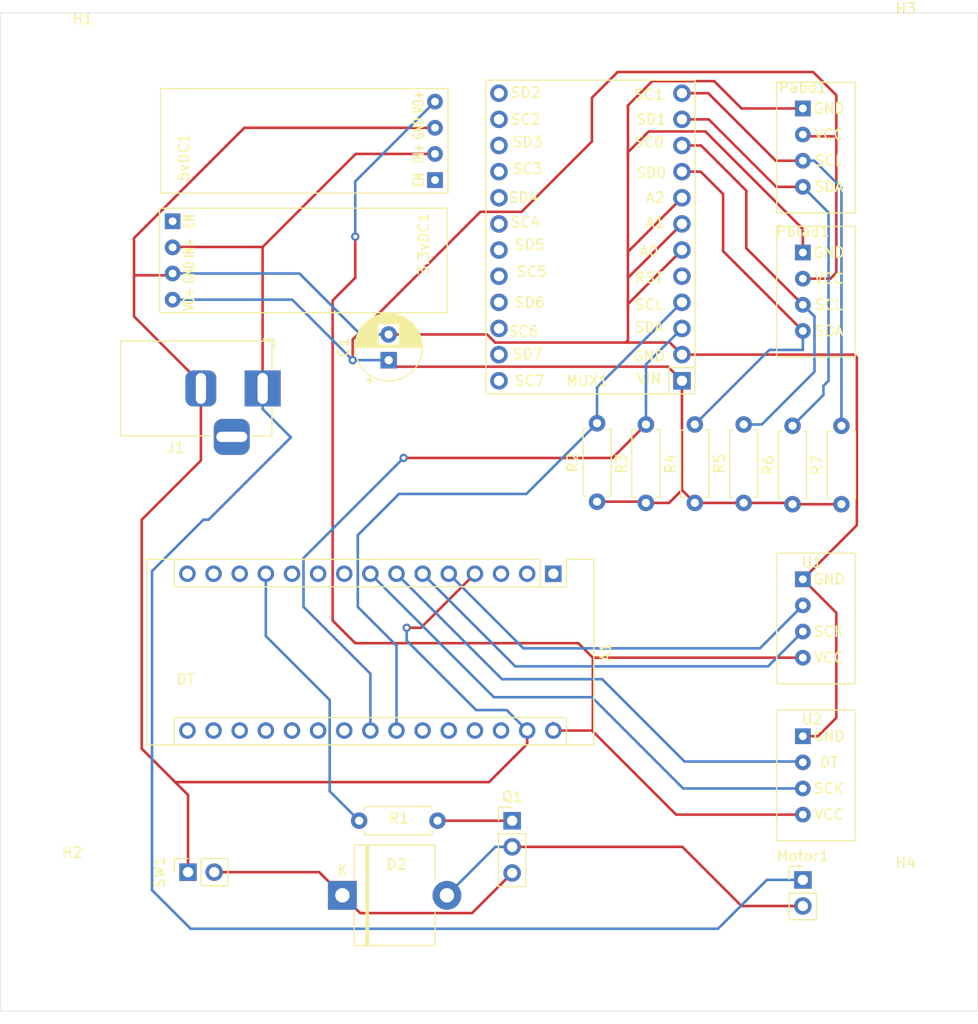
<source format=kicad_pcb>
(kicad_pcb (version 20171130) (host pcbnew "(5.1.12)-1")

  (general
    (thickness 1.6)
    (drawings 5)
    (tracks 212)
    (zones 0)
    (modules 25)
    (nets 54)
  )

  (page A4)
  (layers
    (0 F.Cu signal)
    (31 B.Cu signal)
    (32 B.Adhes user)
    (33 F.Adhes user)
    (34 B.Paste user)
    (35 F.Paste user)
    (36 B.SilkS user)
    (37 F.SilkS user)
    (38 B.Mask user)
    (39 F.Mask user)
    (40 Dwgs.User user)
    (41 Cmts.User user)
    (42 Eco1.User user)
    (43 Eco2.User user)
    (44 Edge.Cuts user)
    (45 Margin user)
    (46 B.CrtYd user)
    (47 F.CrtYd user)
    (48 B.Fab user)
    (49 F.Fab user)
  )

  (setup
    (last_trace_width 0.25)
    (trace_clearance 0.2)
    (zone_clearance 0.508)
    (zone_45_only no)
    (trace_min 0.2)
    (via_size 0.8)
    (via_drill 0.4)
    (via_min_size 0.4)
    (via_min_drill 0.3)
    (uvia_size 0.3)
    (uvia_drill 0.1)
    (uvias_allowed no)
    (uvia_min_size 0.2)
    (uvia_min_drill 0.1)
    (edge_width 0.05)
    (segment_width 0.2)
    (pcb_text_width 0.3)
    (pcb_text_size 1.5 1.5)
    (mod_edge_width 0.12)
    (mod_text_size 1 1)
    (mod_text_width 0.15)
    (pad_size 6.4 6.4)
    (pad_drill 6.4)
    (pad_to_mask_clearance 0)
    (aux_axis_origin 0 0)
    (visible_elements 7FFFFFFF)
    (pcbplotparams
      (layerselection 0x010fc_ffffffff)
      (usegerberextensions false)
      (usegerberattributes true)
      (usegerberadvancedattributes true)
      (creategerberjobfile true)
      (excludeedgelayer true)
      (linewidth 0.100000)
      (plotframeref false)
      (viasonmask false)
      (mode 1)
      (useauxorigin false)
      (hpglpennumber 1)
      (hpglpenspeed 20)
      (hpglpendiameter 15.000000)
      (psnegative false)
      (psa4output false)
      (plotreference true)
      (plotvalue true)
      (plotinvisibletext false)
      (padsonsilk false)
      (subtractmaskfromsilk false)
      (outputformat 1)
      (mirror false)
      (drillshape 0)
      (scaleselection 1)
      (outputdirectory "Gerber/"))
  )

  (net 0 "")
  (net 1 "Net-(3.3vDC1-Pad1)")
  (net 2 /VCC_12vdc)
  (net 3 /GND_dc)
  (net 4 /VCC_3.3vdc)
  (net 5 /VCC_5vdc)
  (net 6 "Net-(5vDC1-Pad1)")
  (net 7 "Net-(A1-Pad1)")
  (net 8 "Net-(A1-Pad17)")
  (net 9 "Net-(A1-Pad2)")
  (net 10 "Net-(A1-Pad18)")
  (net 11 "Net-(A1-Pad3)")
  (net 12 "Net-(A1-Pad19)")
  (net 13 "Net-(A1-Pad20)")
  (net 14 /LCUF_dt)
  (net 15 "Net-(A1-Pad21)")
  (net 16 /LCUF_sck)
  (net 17 "Net-(A1-Pad22)")
  (net 18 /LCVI_dt)
  (net 19 /MUX_sda)
  (net 20 /LCVI_sck)
  (net 21 /MUX_scl)
  (net 22 "Net-(A1-Pad9)")
  (net 23 "Net-(A1-Pad25)")
  (net 24 "Net-(A1-Pad10)")
  (net 25 "Net-(A1-Pad26)")
  (net 26 "Net-(A1-Pad11)")
  (net 27 "Net-(A1-Pad27)")
  (net 28 /MOT_pwm)
  (net 29 "Net-(A1-Pad28)")
  (net 30 "Net-(A1-Pad13)")
  (net 31 "Net-(A1-Pad14)")
  (net 32 "Net-(A1-Pad15)")
  (net 33 "Net-(A1-Pad16)")
  (net 34 "Net-(D2-Pad1)")
  (net 35 "Net-(MUX1-Pad24)")
  (net 36 "Net-(MUX1-Pad23)")
  (net 37 "Net-(MUX1-Pad22)")
  (net 38 "Net-(MUX1-Pad21)")
  (net 39 "Net-(MUX1-Pad20)")
  (net 40 "Net-(MUX1-Pad19)")
  (net 41 "Net-(MUX1-Pad18)")
  (net 42 "Net-(MUX1-Pad17)")
  (net 43 "Net-(MUX1-Pad16)")
  (net 44 "Net-(MUX1-Pad15)")
  (net 45 "Net-(MUX1-Pad14)")
  (net 46 "Net-(MUX1-Pad13)")
  (net 47 "Net-(MUX1-Pad12)")
  (net 48 "Net-(MUX1-Pad11)")
  (net 49 "Net-(MUX1-Pad10)")
  (net 50 "Net-(MUX1-Pad9)")
  (net 51 "Net-(MUX1-Pad5)")
  (net 52 "Net-(Q1-Pad1)")
  (net 53 "Net-(D2-Pad2)")

  (net_class Default "This is the default net class."
    (clearance 0.2)
    (trace_width 0.25)
    (via_dia 0.8)
    (via_drill 0.4)
    (uvia_dia 0.3)
    (uvia_drill 0.1)
    (add_net /GND_dc)
    (add_net /LCUF_dt)
    (add_net /LCUF_sck)
    (add_net /LCVI_dt)
    (add_net /LCVI_sck)
    (add_net /MOT_pwm)
    (add_net /MUX_scl)
    (add_net /MUX_sda)
    (add_net /VCC_12vdc)
    (add_net /VCC_3.3vdc)
    (add_net /VCC_5vdc)
    (add_net "Net-(3.3vDC1-Pad1)")
    (add_net "Net-(5vDC1-Pad1)")
    (add_net "Net-(A1-Pad1)")
    (add_net "Net-(A1-Pad10)")
    (add_net "Net-(A1-Pad11)")
    (add_net "Net-(A1-Pad13)")
    (add_net "Net-(A1-Pad14)")
    (add_net "Net-(A1-Pad15)")
    (add_net "Net-(A1-Pad16)")
    (add_net "Net-(A1-Pad17)")
    (add_net "Net-(A1-Pad18)")
    (add_net "Net-(A1-Pad19)")
    (add_net "Net-(A1-Pad2)")
    (add_net "Net-(A1-Pad20)")
    (add_net "Net-(A1-Pad21)")
    (add_net "Net-(A1-Pad22)")
    (add_net "Net-(A1-Pad25)")
    (add_net "Net-(A1-Pad26)")
    (add_net "Net-(A1-Pad27)")
    (add_net "Net-(A1-Pad28)")
    (add_net "Net-(A1-Pad3)")
    (add_net "Net-(A1-Pad9)")
    (add_net "Net-(D2-Pad1)")
    (add_net "Net-(D2-Pad2)")
    (add_net "Net-(MUX1-Pad10)")
    (add_net "Net-(MUX1-Pad11)")
    (add_net "Net-(MUX1-Pad12)")
    (add_net "Net-(MUX1-Pad13)")
    (add_net "Net-(MUX1-Pad14)")
    (add_net "Net-(MUX1-Pad15)")
    (add_net "Net-(MUX1-Pad16)")
    (add_net "Net-(MUX1-Pad17)")
    (add_net "Net-(MUX1-Pad18)")
    (add_net "Net-(MUX1-Pad19)")
    (add_net "Net-(MUX1-Pad20)")
    (add_net "Net-(MUX1-Pad21)")
    (add_net "Net-(MUX1-Pad22)")
    (add_net "Net-(MUX1-Pad23)")
    (add_net "Net-(MUX1-Pad24)")
    (add_net "Net-(MUX1-Pad5)")
    (add_net "Net-(MUX1-Pad9)")
    (add_net "Net-(Q1-Pad1)")
  )

  (module MountingHole:MountingHole_6.4mm_M6 (layer F.Cu) (tedit 56D1B4CB) (tstamp 627DD93F)
    (at 181 123)
    (descr "Mounting Hole 6.4mm, no annular, M6")
    (tags "mounting hole 6.4mm no annular m6")
    (path /627DB159)
    (attr virtual)
    (fp_text reference H4 (at 0 -7.4) (layer F.SilkS)
      (effects (font (size 1 1) (thickness 0.15)))
    )
    (fp_text value MountingHole (at 0 7.4) (layer F.Fab)
      (effects (font (size 1 1) (thickness 0.15)))
    )
    (fp_text user %R (at 0.3 0) (layer F.Fab)
      (effects (font (size 1 1) (thickness 0.15)))
    )
    (fp_circle (center 0 0) (end 6.4 0) (layer Cmts.User) (width 0.15))
    (fp_circle (center 0 0) (end 6.65 0) (layer F.CrtYd) (width 0.05))
    (pad 1 np_thru_hole circle (at 0 0) (size 6.4 6.4) (drill 6.4) (layers *.Cu *.Mask))
  )

  (module MountingHole:MountingHole_6.4mm_M6 (layer F.Cu) (tedit 56D1B4CB) (tstamp 627DD937)
    (at 181 40)
    (descr "Mounting Hole 6.4mm, no annular, M6")
    (tags "mounting hole 6.4mm no annular m6")
    (path /627DAF34)
    (attr virtual)
    (fp_text reference H3 (at 0 -7.4) (layer F.SilkS)
      (effects (font (size 1 1) (thickness 0.15)))
    )
    (fp_text value MountingHole (at 0 7.4) (layer F.Fab)
      (effects (font (size 1 1) (thickness 0.15)))
    )
    (fp_text user %R (at 0.3 0) (layer F.Fab)
      (effects (font (size 1 1) (thickness 0.15)))
    )
    (fp_circle (center 0 0) (end 6.4 0) (layer Cmts.User) (width 0.15))
    (fp_circle (center 0 0) (end 6.65 0) (layer F.CrtYd) (width 0.05))
    (pad 1 np_thru_hole circle (at 0 0) (size 6.4 6.4) (drill 6.4) (layers *.Cu *.Mask))
  )

  (module MountingHole:MountingHole_6.4mm_M6 (layer F.Cu) (tedit 56D1B4CB) (tstamp 627DD92F)
    (at 100 122)
    (descr "Mounting Hole 6.4mm, no annular, M6")
    (tags "mounting hole 6.4mm no annular m6")
    (path /627DB6B9)
    (attr virtual)
    (fp_text reference H2 (at 0 -7.4) (layer F.SilkS)
      (effects (font (size 1 1) (thickness 0.15)))
    )
    (fp_text value MountingHole (at 0 7.4) (layer F.Fab)
      (effects (font (size 1 1) (thickness 0.15)))
    )
    (fp_text user %R (at 0.3 0) (layer F.Fab)
      (effects (font (size 1 1) (thickness 0.15)))
    )
    (fp_circle (center 0 0) (end 6.4 0) (layer Cmts.User) (width 0.15))
    (fp_circle (center 0 0) (end 6.65 0) (layer F.CrtYd) (width 0.05))
    (pad 1 np_thru_hole circle (at 0 0) (size 6.4 6.4) (drill 6.4) (layers *.Cu *.Mask))
  )

  (module MountingHole:MountingHole_6.4mm_M6 (layer F.Cu) (tedit 627D79A2) (tstamp 627DD927)
    (at 101 41)
    (descr "Mounting Hole 6.4mm, no annular, M6")
    (tags "mounting hole 6.4mm no annular m6")
    (path /627DAB2A)
    (attr virtual)
    (fp_text reference H1 (at 0 -7.4) (layer F.SilkS)
      (effects (font (size 1 1) (thickness 0.15)))
    )
    (fp_text value MountingHole (at 0 7.4) (layer F.Fab)
      (effects (font (size 1 1) (thickness 0.15)))
    )
    (fp_text user %R (at 0.3 0) (layer F.Fab)
      (effects (font (size 1 1) (thickness 0.15)))
    )
    (fp_circle (center 0 0) (end 6.4 0) (layer Cmts.User) (width 0.15))
    (fp_circle (center 0 0) (end 6.65 0) (layer F.CrtYd) (width 0.05))
    (pad "" np_thru_hole circle (at 0 0) (size 6.4 6.4) (drill 6.4) (layers *.Cu *.Mask))
  )

  (module TCA9548A_PCB:YOUMILEdcStepdown (layer F.Cu) (tedit 61D81E0A) (tstamp 626B0321)
    (at 109.75 53.25 270)
    (path /626BF88F)
    (fp_text reference 3.3vDC1 (at 2.2 -24.4 90) (layer F.SilkS)
      (effects (font (size 1 1) (thickness 0.15)))
    )
    (fp_text value YOUMILEdcStepdown (at 0.8 -14.6) (layer F.Fab)
      (effects (font (size 1 1) (thickness 0.15)))
    )
    (fp_line (start 8.89 1.27) (end -1.27 1.27) (layer F.SilkS) (width 0.12))
    (fp_line (start 8.89 -26.67) (end 8.89 1.27) (layer F.SilkS) (width 0.12))
    (fp_line (start -1.27 -26.67) (end 8.89 -26.67) (layer F.SilkS) (width 0.12))
    (fp_line (start -1.27 1.27) (end -1.27 -26.67) (layer F.SilkS) (width 0.12))
    (fp_text user EN (at 0 -1.6 90) (layer F.SilkS)
      (effects (font (size 1 0.7) (thickness 0.15)))
    )
    (fp_text user IN+ (at 2.6 -1.6 90) (layer F.SilkS)
      (effects (font (size 1 0.7) (thickness 0.15)))
    )
    (fp_text user GND (at 5 -1.6 90) (layer F.SilkS)
      (effects (font (size 1 0.7) (thickness 0.15)))
    )
    (fp_text user VO+ (at 7.6 -1.6 90) (layer F.SilkS)
      (effects (font (size 1 0.7) (thickness 0.15)))
    )
    (pad 1 thru_hole rect (at 0 0 270) (size 1.524 1.524) (drill 0.762) (layers *.Cu *.Mask)
      (net 1 "Net-(3.3vDC1-Pad1)"))
    (pad 2 thru_hole circle (at 2.54 0 270) (size 1.524 1.524) (drill 0.762) (layers *.Cu *.Mask)
      (net 2 /VCC_12vdc))
    (pad 3 thru_hole circle (at 5.08 0 270) (size 1.524 1.524) (drill 0.762) (layers *.Cu *.Mask)
      (net 3 /GND_dc))
    (pad 4 thru_hole circle (at 7.62 0 270) (size 1.524 1.524) (drill 0.762) (layers *.Cu *.Mask)
      (net 4 /VCC_3.3vdc))
  )

  (module TCA9548A_PCB:YOUMILEdcStepdown (layer F.Cu) (tedit 61D81E0A) (tstamp 626B0331)
    (at 135.25 49.25 90)
    (path /626BEC88)
    (fp_text reference 5vDC1 (at 2.2 -24.4 90) (layer F.SilkS)
      (effects (font (size 1 1) (thickness 0.15)))
    )
    (fp_text value YOUMILEdcStepdown (at 0.8 -14.6) (layer F.Fab)
      (effects (font (size 1 1) (thickness 0.15)))
    )
    (fp_line (start -1.27 1.27) (end -1.27 -26.67) (layer F.SilkS) (width 0.12))
    (fp_line (start -1.27 -26.67) (end 8.89 -26.67) (layer F.SilkS) (width 0.12))
    (fp_line (start 8.89 -26.67) (end 8.89 1.27) (layer F.SilkS) (width 0.12))
    (fp_line (start 8.89 1.27) (end -1.27 1.27) (layer F.SilkS) (width 0.12))
    (fp_text user VO+ (at 7.6 -1.6 90) (layer F.SilkS)
      (effects (font (size 1 0.7) (thickness 0.15)))
    )
    (fp_text user GND (at 5 -1.6 90) (layer F.SilkS)
      (effects (font (size 1 0.7) (thickness 0.15)))
    )
    (fp_text user IN+ (at 2.6 -1.6 90) (layer F.SilkS)
      (effects (font (size 1 0.7) (thickness 0.15)))
    )
    (fp_text user EN (at 0 -1.6 90) (layer F.SilkS)
      (effects (font (size 1 0.7) (thickness 0.15)))
    )
    (pad 4 thru_hole circle (at 7.62 0 90) (size 1.524 1.524) (drill 0.762) (layers *.Cu *.Mask)
      (net 5 /VCC_5vdc))
    (pad 3 thru_hole circle (at 5.08 0 90) (size 1.524 1.524) (drill 0.762) (layers *.Cu *.Mask)
      (net 3 /GND_dc))
    (pad 2 thru_hole circle (at 2.54 0 90) (size 1.524 1.524) (drill 0.762) (layers *.Cu *.Mask)
      (net 2 /VCC_12vdc))
    (pad 1 thru_hole rect (at 0 0 90) (size 1.524 1.524) (drill 0.762) (layers *.Cu *.Mask)
      (net 6 "Net-(5vDC1-Pad1)"))
  )

  (module Module:Arduino_Nano (layer F.Cu) (tedit 58ACAF70) (tstamp 626B036E)
    (at 146.75 87.5 270)
    (descr "Arduino Nano, http://www.mouser.com/pdfdocs/Gravitech_Arduino_Nano3_0.pdf")
    (tags "Arduino Nano")
    (path /626A6423)
    (fp_text reference A1 (at 7.62 -5.08 90) (layer F.SilkS)
      (effects (font (size 1 1) (thickness 0.15)))
    )
    (fp_text value Arduino_Nano_v3.x (at 8.89 19.05) (layer F.Fab)
      (effects (font (size 1 1) (thickness 0.15)))
    )
    (fp_line (start 1.27 1.27) (end 1.27 -1.27) (layer F.SilkS) (width 0.12))
    (fp_line (start 1.27 -1.27) (end -1.4 -1.27) (layer F.SilkS) (width 0.12))
    (fp_line (start -1.4 1.27) (end -1.4 39.5) (layer F.SilkS) (width 0.12))
    (fp_line (start -1.4 -3.94) (end -1.4 -1.27) (layer F.SilkS) (width 0.12))
    (fp_line (start 13.97 -1.27) (end 16.64 -1.27) (layer F.SilkS) (width 0.12))
    (fp_line (start 13.97 -1.27) (end 13.97 36.83) (layer F.SilkS) (width 0.12))
    (fp_line (start 13.97 36.83) (end 16.64 36.83) (layer F.SilkS) (width 0.12))
    (fp_line (start 1.27 1.27) (end -1.4 1.27) (layer F.SilkS) (width 0.12))
    (fp_line (start 1.27 1.27) (end 1.27 36.83) (layer F.SilkS) (width 0.12))
    (fp_line (start 1.27 36.83) (end -1.4 36.83) (layer F.SilkS) (width 0.12))
    (fp_line (start 3.81 31.75) (end 11.43 31.75) (layer F.Fab) (width 0.1))
    (fp_line (start 11.43 31.75) (end 11.43 41.91) (layer F.Fab) (width 0.1))
    (fp_line (start 11.43 41.91) (end 3.81 41.91) (layer F.Fab) (width 0.1))
    (fp_line (start 3.81 41.91) (end 3.81 31.75) (layer F.Fab) (width 0.1))
    (fp_line (start -1.4 39.5) (end 16.64 39.5) (layer F.SilkS) (width 0.12))
    (fp_line (start 16.64 39.5) (end 16.64 -3.94) (layer F.SilkS) (width 0.12))
    (fp_line (start 16.64 -3.94) (end -1.4 -3.94) (layer F.SilkS) (width 0.12))
    (fp_line (start 16.51 39.37) (end -1.27 39.37) (layer F.Fab) (width 0.1))
    (fp_line (start -1.27 39.37) (end -1.27 -2.54) (layer F.Fab) (width 0.1))
    (fp_line (start -1.27 -2.54) (end 0 -3.81) (layer F.Fab) (width 0.1))
    (fp_line (start 0 -3.81) (end 16.51 -3.81) (layer F.Fab) (width 0.1))
    (fp_line (start 16.51 -3.81) (end 16.51 39.37) (layer F.Fab) (width 0.1))
    (fp_line (start -1.53 -4.06) (end 16.75 -4.06) (layer F.CrtYd) (width 0.05))
    (fp_line (start -1.53 -4.06) (end -1.53 42.16) (layer F.CrtYd) (width 0.05))
    (fp_line (start 16.75 42.16) (end 16.75 -4.06) (layer F.CrtYd) (width 0.05))
    (fp_line (start 16.75 42.16) (end -1.53 42.16) (layer F.CrtYd) (width 0.05))
    (fp_text user %R (at 6.35 19.05) (layer F.Fab)
      (effects (font (size 1 1) (thickness 0.15)))
    )
    (pad 1 thru_hole rect (at 0 0 270) (size 1.6 1.6) (drill 1) (layers *.Cu *.Mask)
      (net 7 "Net-(A1-Pad1)"))
    (pad 17 thru_hole oval (at 15.24 33.02 270) (size 1.6 1.6) (drill 1) (layers *.Cu *.Mask)
      (net 8 "Net-(A1-Pad17)"))
    (pad 2 thru_hole oval (at 0 2.54 270) (size 1.6 1.6) (drill 1) (layers *.Cu *.Mask)
      (net 9 "Net-(A1-Pad2)"))
    (pad 18 thru_hole oval (at 15.24 30.48 270) (size 1.6 1.6) (drill 1) (layers *.Cu *.Mask)
      (net 10 "Net-(A1-Pad18)"))
    (pad 3 thru_hole oval (at 0 5.08 270) (size 1.6 1.6) (drill 1) (layers *.Cu *.Mask)
      (net 11 "Net-(A1-Pad3)"))
    (pad 19 thru_hole oval (at 15.24 27.94 270) (size 1.6 1.6) (drill 1) (layers *.Cu *.Mask)
      (net 12 "Net-(A1-Pad19)"))
    (pad 4 thru_hole oval (at 0 7.62 270) (size 1.6 1.6) (drill 1) (layers *.Cu *.Mask)
      (net 3 /GND_dc))
    (pad 20 thru_hole oval (at 15.24 25.4 270) (size 1.6 1.6) (drill 1) (layers *.Cu *.Mask)
      (net 13 "Net-(A1-Pad20)"))
    (pad 5 thru_hole oval (at 0 10.16 270) (size 1.6 1.6) (drill 1) (layers *.Cu *.Mask)
      (net 14 /LCUF_dt))
    (pad 21 thru_hole oval (at 15.24 22.86 270) (size 1.6 1.6) (drill 1) (layers *.Cu *.Mask)
      (net 15 "Net-(A1-Pad21)"))
    (pad 6 thru_hole oval (at 0 12.7 270) (size 1.6 1.6) (drill 1) (layers *.Cu *.Mask)
      (net 16 /LCUF_sck))
    (pad 22 thru_hole oval (at 15.24 20.32 270) (size 1.6 1.6) (drill 1) (layers *.Cu *.Mask)
      (net 17 "Net-(A1-Pad22)"))
    (pad 7 thru_hole oval (at 0 15.24 270) (size 1.6 1.6) (drill 1) (layers *.Cu *.Mask)
      (net 18 /LCVI_dt))
    (pad 23 thru_hole oval (at 15.24 17.78 270) (size 1.6 1.6) (drill 1) (layers *.Cu *.Mask)
      (net 19 /MUX_sda))
    (pad 8 thru_hole oval (at 0 17.78 270) (size 1.6 1.6) (drill 1) (layers *.Cu *.Mask)
      (net 20 /LCVI_sck))
    (pad 24 thru_hole oval (at 15.24 15.24 270) (size 1.6 1.6) (drill 1) (layers *.Cu *.Mask)
      (net 21 /MUX_scl))
    (pad 9 thru_hole oval (at 0 20.32 270) (size 1.6 1.6) (drill 1) (layers *.Cu *.Mask)
      (net 22 "Net-(A1-Pad9)"))
    (pad 25 thru_hole oval (at 15.24 12.7 270) (size 1.6 1.6) (drill 1) (layers *.Cu *.Mask)
      (net 23 "Net-(A1-Pad25)"))
    (pad 10 thru_hole oval (at 0 22.86 270) (size 1.6 1.6) (drill 1) (layers *.Cu *.Mask)
      (net 24 "Net-(A1-Pad10)"))
    (pad 26 thru_hole oval (at 15.24 10.16 270) (size 1.6 1.6) (drill 1) (layers *.Cu *.Mask)
      (net 25 "Net-(A1-Pad26)"))
    (pad 11 thru_hole oval (at 0 25.4 270) (size 1.6 1.6) (drill 1) (layers *.Cu *.Mask)
      (net 26 "Net-(A1-Pad11)"))
    (pad 27 thru_hole oval (at 15.24 7.62 270) (size 1.6 1.6) (drill 1) (layers *.Cu *.Mask)
      (net 27 "Net-(A1-Pad27)"))
    (pad 12 thru_hole oval (at 0 27.94 270) (size 1.6 1.6) (drill 1) (layers *.Cu *.Mask)
      (net 28 /MOT_pwm))
    (pad 28 thru_hole oval (at 15.24 5.08 270) (size 1.6 1.6) (drill 1) (layers *.Cu *.Mask)
      (net 29 "Net-(A1-Pad28)"))
    (pad 13 thru_hole oval (at 0 30.48 270) (size 1.6 1.6) (drill 1) (layers *.Cu *.Mask)
      (net 30 "Net-(A1-Pad13)"))
    (pad 29 thru_hole oval (at 15.24 2.54 270) (size 1.6 1.6) (drill 1) (layers *.Cu *.Mask)
      (net 3 /GND_dc))
    (pad 14 thru_hole oval (at 0 33.02 270) (size 1.6 1.6) (drill 1) (layers *.Cu *.Mask)
      (net 31 "Net-(A1-Pad14)"))
    (pad 30 thru_hole oval (at 15.24 0 270) (size 1.6 1.6) (drill 1) (layers *.Cu *.Mask)
      (net 5 /VCC_5vdc))
    (pad 15 thru_hole oval (at 0 35.56 270) (size 1.6 1.6) (drill 1) (layers *.Cu *.Mask)
      (net 32 "Net-(A1-Pad15)"))
    (pad 16 thru_hole oval (at 15.24 35.56 270) (size 1.6 1.6) (drill 1) (layers *.Cu *.Mask)
      (net 33 "Net-(A1-Pad16)"))
    (model ${KISYS3DMOD}/Module.3dshapes/Arduino_Nano_WithMountingHoles.wrl
      (at (xyz 0 0 0))
      (scale (xyz 1 1 1))
      (rotate (xyz 0 0 0))
    )
  )

  (module Capacitor_THT:CP_Radial_D6.3mm_P2.50mm (layer F.Cu) (tedit 5AE50EF0) (tstamp 626B0402)
    (at 130.75 66.75 90)
    (descr "CP, Radial series, Radial, pin pitch=2.50mm, , diameter=6.3mm, Electrolytic Capacitor")
    (tags "CP Radial series Radial pin pitch 2.50mm  diameter 6.3mm Electrolytic Capacitor")
    (path /627448AA)
    (fp_text reference C1 (at 1.25 -4.4 90) (layer F.SilkS)
      (effects (font (size 1 1) (thickness 0.15)))
    )
    (fp_text value C (at 1.25 4.4 90) (layer F.Fab)
      (effects (font (size 1 1) (thickness 0.15)))
    )
    (fp_circle (center 1.25 0) (end 4.4 0) (layer F.Fab) (width 0.1))
    (fp_circle (center 1.25 0) (end 4.52 0) (layer F.SilkS) (width 0.12))
    (fp_circle (center 1.25 0) (end 4.65 0) (layer F.CrtYd) (width 0.05))
    (fp_line (start -1.443972 -1.3735) (end -0.813972 -1.3735) (layer F.Fab) (width 0.1))
    (fp_line (start -1.128972 -1.6885) (end -1.128972 -1.0585) (layer F.Fab) (width 0.1))
    (fp_line (start 1.25 -3.23) (end 1.25 3.23) (layer F.SilkS) (width 0.12))
    (fp_line (start 1.29 -3.23) (end 1.29 3.23) (layer F.SilkS) (width 0.12))
    (fp_line (start 1.33 -3.23) (end 1.33 3.23) (layer F.SilkS) (width 0.12))
    (fp_line (start 1.37 -3.228) (end 1.37 3.228) (layer F.SilkS) (width 0.12))
    (fp_line (start 1.41 -3.227) (end 1.41 3.227) (layer F.SilkS) (width 0.12))
    (fp_line (start 1.45 -3.224) (end 1.45 3.224) (layer F.SilkS) (width 0.12))
    (fp_line (start 1.49 -3.222) (end 1.49 -1.04) (layer F.SilkS) (width 0.12))
    (fp_line (start 1.49 1.04) (end 1.49 3.222) (layer F.SilkS) (width 0.12))
    (fp_line (start 1.53 -3.218) (end 1.53 -1.04) (layer F.SilkS) (width 0.12))
    (fp_line (start 1.53 1.04) (end 1.53 3.218) (layer F.SilkS) (width 0.12))
    (fp_line (start 1.57 -3.215) (end 1.57 -1.04) (layer F.SilkS) (width 0.12))
    (fp_line (start 1.57 1.04) (end 1.57 3.215) (layer F.SilkS) (width 0.12))
    (fp_line (start 1.61 -3.211) (end 1.61 -1.04) (layer F.SilkS) (width 0.12))
    (fp_line (start 1.61 1.04) (end 1.61 3.211) (layer F.SilkS) (width 0.12))
    (fp_line (start 1.65 -3.206) (end 1.65 -1.04) (layer F.SilkS) (width 0.12))
    (fp_line (start 1.65 1.04) (end 1.65 3.206) (layer F.SilkS) (width 0.12))
    (fp_line (start 1.69 -3.201) (end 1.69 -1.04) (layer F.SilkS) (width 0.12))
    (fp_line (start 1.69 1.04) (end 1.69 3.201) (layer F.SilkS) (width 0.12))
    (fp_line (start 1.73 -3.195) (end 1.73 -1.04) (layer F.SilkS) (width 0.12))
    (fp_line (start 1.73 1.04) (end 1.73 3.195) (layer F.SilkS) (width 0.12))
    (fp_line (start 1.77 -3.189) (end 1.77 -1.04) (layer F.SilkS) (width 0.12))
    (fp_line (start 1.77 1.04) (end 1.77 3.189) (layer F.SilkS) (width 0.12))
    (fp_line (start 1.81 -3.182) (end 1.81 -1.04) (layer F.SilkS) (width 0.12))
    (fp_line (start 1.81 1.04) (end 1.81 3.182) (layer F.SilkS) (width 0.12))
    (fp_line (start 1.85 -3.175) (end 1.85 -1.04) (layer F.SilkS) (width 0.12))
    (fp_line (start 1.85 1.04) (end 1.85 3.175) (layer F.SilkS) (width 0.12))
    (fp_line (start 1.89 -3.167) (end 1.89 -1.04) (layer F.SilkS) (width 0.12))
    (fp_line (start 1.89 1.04) (end 1.89 3.167) (layer F.SilkS) (width 0.12))
    (fp_line (start 1.93 -3.159) (end 1.93 -1.04) (layer F.SilkS) (width 0.12))
    (fp_line (start 1.93 1.04) (end 1.93 3.159) (layer F.SilkS) (width 0.12))
    (fp_line (start 1.971 -3.15) (end 1.971 -1.04) (layer F.SilkS) (width 0.12))
    (fp_line (start 1.971 1.04) (end 1.971 3.15) (layer F.SilkS) (width 0.12))
    (fp_line (start 2.011 -3.141) (end 2.011 -1.04) (layer F.SilkS) (width 0.12))
    (fp_line (start 2.011 1.04) (end 2.011 3.141) (layer F.SilkS) (width 0.12))
    (fp_line (start 2.051 -3.131) (end 2.051 -1.04) (layer F.SilkS) (width 0.12))
    (fp_line (start 2.051 1.04) (end 2.051 3.131) (layer F.SilkS) (width 0.12))
    (fp_line (start 2.091 -3.121) (end 2.091 -1.04) (layer F.SilkS) (width 0.12))
    (fp_line (start 2.091 1.04) (end 2.091 3.121) (layer F.SilkS) (width 0.12))
    (fp_line (start 2.131 -3.11) (end 2.131 -1.04) (layer F.SilkS) (width 0.12))
    (fp_line (start 2.131 1.04) (end 2.131 3.11) (layer F.SilkS) (width 0.12))
    (fp_line (start 2.171 -3.098) (end 2.171 -1.04) (layer F.SilkS) (width 0.12))
    (fp_line (start 2.171 1.04) (end 2.171 3.098) (layer F.SilkS) (width 0.12))
    (fp_line (start 2.211 -3.086) (end 2.211 -1.04) (layer F.SilkS) (width 0.12))
    (fp_line (start 2.211 1.04) (end 2.211 3.086) (layer F.SilkS) (width 0.12))
    (fp_line (start 2.251 -3.074) (end 2.251 -1.04) (layer F.SilkS) (width 0.12))
    (fp_line (start 2.251 1.04) (end 2.251 3.074) (layer F.SilkS) (width 0.12))
    (fp_line (start 2.291 -3.061) (end 2.291 -1.04) (layer F.SilkS) (width 0.12))
    (fp_line (start 2.291 1.04) (end 2.291 3.061) (layer F.SilkS) (width 0.12))
    (fp_line (start 2.331 -3.047) (end 2.331 -1.04) (layer F.SilkS) (width 0.12))
    (fp_line (start 2.331 1.04) (end 2.331 3.047) (layer F.SilkS) (width 0.12))
    (fp_line (start 2.371 -3.033) (end 2.371 -1.04) (layer F.SilkS) (width 0.12))
    (fp_line (start 2.371 1.04) (end 2.371 3.033) (layer F.SilkS) (width 0.12))
    (fp_line (start 2.411 -3.018) (end 2.411 -1.04) (layer F.SilkS) (width 0.12))
    (fp_line (start 2.411 1.04) (end 2.411 3.018) (layer F.SilkS) (width 0.12))
    (fp_line (start 2.451 -3.002) (end 2.451 -1.04) (layer F.SilkS) (width 0.12))
    (fp_line (start 2.451 1.04) (end 2.451 3.002) (layer F.SilkS) (width 0.12))
    (fp_line (start 2.491 -2.986) (end 2.491 -1.04) (layer F.SilkS) (width 0.12))
    (fp_line (start 2.491 1.04) (end 2.491 2.986) (layer F.SilkS) (width 0.12))
    (fp_line (start 2.531 -2.97) (end 2.531 -1.04) (layer F.SilkS) (width 0.12))
    (fp_line (start 2.531 1.04) (end 2.531 2.97) (layer F.SilkS) (width 0.12))
    (fp_line (start 2.571 -2.952) (end 2.571 -1.04) (layer F.SilkS) (width 0.12))
    (fp_line (start 2.571 1.04) (end 2.571 2.952) (layer F.SilkS) (width 0.12))
    (fp_line (start 2.611 -2.934) (end 2.611 -1.04) (layer F.SilkS) (width 0.12))
    (fp_line (start 2.611 1.04) (end 2.611 2.934) (layer F.SilkS) (width 0.12))
    (fp_line (start 2.651 -2.916) (end 2.651 -1.04) (layer F.SilkS) (width 0.12))
    (fp_line (start 2.651 1.04) (end 2.651 2.916) (layer F.SilkS) (width 0.12))
    (fp_line (start 2.691 -2.896) (end 2.691 -1.04) (layer F.SilkS) (width 0.12))
    (fp_line (start 2.691 1.04) (end 2.691 2.896) (layer F.SilkS) (width 0.12))
    (fp_line (start 2.731 -2.876) (end 2.731 -1.04) (layer F.SilkS) (width 0.12))
    (fp_line (start 2.731 1.04) (end 2.731 2.876) (layer F.SilkS) (width 0.12))
    (fp_line (start 2.771 -2.856) (end 2.771 -1.04) (layer F.SilkS) (width 0.12))
    (fp_line (start 2.771 1.04) (end 2.771 2.856) (layer F.SilkS) (width 0.12))
    (fp_line (start 2.811 -2.834) (end 2.811 -1.04) (layer F.SilkS) (width 0.12))
    (fp_line (start 2.811 1.04) (end 2.811 2.834) (layer F.SilkS) (width 0.12))
    (fp_line (start 2.851 -2.812) (end 2.851 -1.04) (layer F.SilkS) (width 0.12))
    (fp_line (start 2.851 1.04) (end 2.851 2.812) (layer F.SilkS) (width 0.12))
    (fp_line (start 2.891 -2.79) (end 2.891 -1.04) (layer F.SilkS) (width 0.12))
    (fp_line (start 2.891 1.04) (end 2.891 2.79) (layer F.SilkS) (width 0.12))
    (fp_line (start 2.931 -2.766) (end 2.931 -1.04) (layer F.SilkS) (width 0.12))
    (fp_line (start 2.931 1.04) (end 2.931 2.766) (layer F.SilkS) (width 0.12))
    (fp_line (start 2.971 -2.742) (end 2.971 -1.04) (layer F.SilkS) (width 0.12))
    (fp_line (start 2.971 1.04) (end 2.971 2.742) (layer F.SilkS) (width 0.12))
    (fp_line (start 3.011 -2.716) (end 3.011 -1.04) (layer F.SilkS) (width 0.12))
    (fp_line (start 3.011 1.04) (end 3.011 2.716) (layer F.SilkS) (width 0.12))
    (fp_line (start 3.051 -2.69) (end 3.051 -1.04) (layer F.SilkS) (width 0.12))
    (fp_line (start 3.051 1.04) (end 3.051 2.69) (layer F.SilkS) (width 0.12))
    (fp_line (start 3.091 -2.664) (end 3.091 -1.04) (layer F.SilkS) (width 0.12))
    (fp_line (start 3.091 1.04) (end 3.091 2.664) (layer F.SilkS) (width 0.12))
    (fp_line (start 3.131 -2.636) (end 3.131 -1.04) (layer F.SilkS) (width 0.12))
    (fp_line (start 3.131 1.04) (end 3.131 2.636) (layer F.SilkS) (width 0.12))
    (fp_line (start 3.171 -2.607) (end 3.171 -1.04) (layer F.SilkS) (width 0.12))
    (fp_line (start 3.171 1.04) (end 3.171 2.607) (layer F.SilkS) (width 0.12))
    (fp_line (start 3.211 -2.578) (end 3.211 -1.04) (layer F.SilkS) (width 0.12))
    (fp_line (start 3.211 1.04) (end 3.211 2.578) (layer F.SilkS) (width 0.12))
    (fp_line (start 3.251 -2.548) (end 3.251 -1.04) (layer F.SilkS) (width 0.12))
    (fp_line (start 3.251 1.04) (end 3.251 2.548) (layer F.SilkS) (width 0.12))
    (fp_line (start 3.291 -2.516) (end 3.291 -1.04) (layer F.SilkS) (width 0.12))
    (fp_line (start 3.291 1.04) (end 3.291 2.516) (layer F.SilkS) (width 0.12))
    (fp_line (start 3.331 -2.484) (end 3.331 -1.04) (layer F.SilkS) (width 0.12))
    (fp_line (start 3.331 1.04) (end 3.331 2.484) (layer F.SilkS) (width 0.12))
    (fp_line (start 3.371 -2.45) (end 3.371 -1.04) (layer F.SilkS) (width 0.12))
    (fp_line (start 3.371 1.04) (end 3.371 2.45) (layer F.SilkS) (width 0.12))
    (fp_line (start 3.411 -2.416) (end 3.411 -1.04) (layer F.SilkS) (width 0.12))
    (fp_line (start 3.411 1.04) (end 3.411 2.416) (layer F.SilkS) (width 0.12))
    (fp_line (start 3.451 -2.38) (end 3.451 -1.04) (layer F.SilkS) (width 0.12))
    (fp_line (start 3.451 1.04) (end 3.451 2.38) (layer F.SilkS) (width 0.12))
    (fp_line (start 3.491 -2.343) (end 3.491 -1.04) (layer F.SilkS) (width 0.12))
    (fp_line (start 3.491 1.04) (end 3.491 2.343) (layer F.SilkS) (width 0.12))
    (fp_line (start 3.531 -2.305) (end 3.531 -1.04) (layer F.SilkS) (width 0.12))
    (fp_line (start 3.531 1.04) (end 3.531 2.305) (layer F.SilkS) (width 0.12))
    (fp_line (start 3.571 -2.265) (end 3.571 2.265) (layer F.SilkS) (width 0.12))
    (fp_line (start 3.611 -2.224) (end 3.611 2.224) (layer F.SilkS) (width 0.12))
    (fp_line (start 3.651 -2.182) (end 3.651 2.182) (layer F.SilkS) (width 0.12))
    (fp_line (start 3.691 -2.137) (end 3.691 2.137) (layer F.SilkS) (width 0.12))
    (fp_line (start 3.731 -2.092) (end 3.731 2.092) (layer F.SilkS) (width 0.12))
    (fp_line (start 3.771 -2.044) (end 3.771 2.044) (layer F.SilkS) (width 0.12))
    (fp_line (start 3.811 -1.995) (end 3.811 1.995) (layer F.SilkS) (width 0.12))
    (fp_line (start 3.851 -1.944) (end 3.851 1.944) (layer F.SilkS) (width 0.12))
    (fp_line (start 3.891 -1.89) (end 3.891 1.89) (layer F.SilkS) (width 0.12))
    (fp_line (start 3.931 -1.834) (end 3.931 1.834) (layer F.SilkS) (width 0.12))
    (fp_line (start 3.971 -1.776) (end 3.971 1.776) (layer F.SilkS) (width 0.12))
    (fp_line (start 4.011 -1.714) (end 4.011 1.714) (layer F.SilkS) (width 0.12))
    (fp_line (start 4.051 -1.65) (end 4.051 1.65) (layer F.SilkS) (width 0.12))
    (fp_line (start 4.091 -1.581) (end 4.091 1.581) (layer F.SilkS) (width 0.12))
    (fp_line (start 4.131 -1.509) (end 4.131 1.509) (layer F.SilkS) (width 0.12))
    (fp_line (start 4.171 -1.432) (end 4.171 1.432) (layer F.SilkS) (width 0.12))
    (fp_line (start 4.211 -1.35) (end 4.211 1.35) (layer F.SilkS) (width 0.12))
    (fp_line (start 4.251 -1.262) (end 4.251 1.262) (layer F.SilkS) (width 0.12))
    (fp_line (start 4.291 -1.165) (end 4.291 1.165) (layer F.SilkS) (width 0.12))
    (fp_line (start 4.331 -1.059) (end 4.331 1.059) (layer F.SilkS) (width 0.12))
    (fp_line (start 4.371 -0.94) (end 4.371 0.94) (layer F.SilkS) (width 0.12))
    (fp_line (start 4.411 -0.802) (end 4.411 0.802) (layer F.SilkS) (width 0.12))
    (fp_line (start 4.451 -0.633) (end 4.451 0.633) (layer F.SilkS) (width 0.12))
    (fp_line (start 4.491 -0.402) (end 4.491 0.402) (layer F.SilkS) (width 0.12))
    (fp_line (start -2.250241 -1.839) (end -1.620241 -1.839) (layer F.SilkS) (width 0.12))
    (fp_line (start -1.935241 -2.154) (end -1.935241 -1.524) (layer F.SilkS) (width 0.12))
    (fp_text user %R (at 1.25 0 90) (layer F.Fab)
      (effects (font (size 1 1) (thickness 0.15)))
    )
    (pad 1 thru_hole rect (at 0 0 90) (size 1.6 1.6) (drill 0.8) (layers *.Cu *.Mask)
      (net 4 /VCC_3.3vdc))
    (pad 2 thru_hole circle (at 2.5 0 90) (size 1.6 1.6) (drill 0.8) (layers *.Cu *.Mask)
      (net 3 /GND_dc))
    (model ${KISYS3DMOD}/Capacitor_THT.3dshapes/CP_Radial_D6.3mm_P2.50mm.wrl
      (at (xyz 0 0 0))
      (scale (xyz 1 1 1))
      (rotate (xyz 0 0 0))
    )
  )

  (module Diode_THT:D_5KP_P10.16mm_Horizontal (layer F.Cu) (tedit 5AE50CD5) (tstamp 626B0421)
    (at 126.25 118.75)
    (descr "Diode, 5KP series, Axial, Horizontal, pin pitch=10.16mm, , length*diameter=7.62*9.53mm^2, , http://www.diodes.com/_files/packages/8686949.gif")
    (tags "Diode 5KP series Axial Horizontal pin pitch 10.16mm  length 7.62mm diameter 9.53mm")
    (path /62713086)
    (fp_text reference D2 (at 5.25 -3) (layer F.SilkS)
      (effects (font (size 1 1) (thickness 0.15)))
    )
    (fp_text value DIODE (at 5.08 5.885) (layer F.Fab)
      (effects (font (size 1 1) (thickness 0.15)))
    )
    (fp_line (start 1.27 -4.765) (end 1.27 4.765) (layer F.Fab) (width 0.1))
    (fp_line (start 1.27 4.765) (end 8.89 4.765) (layer F.Fab) (width 0.1))
    (fp_line (start 8.89 4.765) (end 8.89 -4.765) (layer F.Fab) (width 0.1))
    (fp_line (start 8.89 -4.765) (end 1.27 -4.765) (layer F.Fab) (width 0.1))
    (fp_line (start 0 0) (end 1.27 0) (layer F.Fab) (width 0.1))
    (fp_line (start 10.16 0) (end 8.89 0) (layer F.Fab) (width 0.1))
    (fp_line (start 2.413 -4.765) (end 2.413 4.765) (layer F.Fab) (width 0.1))
    (fp_line (start 2.513 -4.765) (end 2.513 4.765) (layer F.Fab) (width 0.1))
    (fp_line (start 2.313 -4.765) (end 2.313 4.765) (layer F.Fab) (width 0.1))
    (fp_line (start 1.15 -1.64) (end 1.15 -4.885) (layer F.SilkS) (width 0.12))
    (fp_line (start 1.15 -4.885) (end 9.01 -4.885) (layer F.SilkS) (width 0.12))
    (fp_line (start 9.01 -4.885) (end 9.01 -1.64) (layer F.SilkS) (width 0.12))
    (fp_line (start 1.15 1.64) (end 1.15 4.885) (layer F.SilkS) (width 0.12))
    (fp_line (start 1.15 4.885) (end 9.01 4.885) (layer F.SilkS) (width 0.12))
    (fp_line (start 9.01 4.885) (end 9.01 1.64) (layer F.SilkS) (width 0.12))
    (fp_line (start 2.413 -4.885) (end 2.413 4.885) (layer F.SilkS) (width 0.12))
    (fp_line (start 2.533 -4.885) (end 2.533 4.885) (layer F.SilkS) (width 0.12))
    (fp_line (start 2.293 -4.885) (end 2.293 4.885) (layer F.SilkS) (width 0.12))
    (fp_line (start -1.65 -5.02) (end -1.65 5.02) (layer F.CrtYd) (width 0.05))
    (fp_line (start -1.65 5.02) (end 11.81 5.02) (layer F.CrtYd) (width 0.05))
    (fp_line (start 11.81 5.02) (end 11.81 -5.02) (layer F.CrtYd) (width 0.05))
    (fp_line (start 11.81 -5.02) (end -1.65 -5.02) (layer F.CrtYd) (width 0.05))
    (fp_text user %R (at 5.6515 0) (layer F.Fab)
      (effects (font (size 1 1) (thickness 0.15)))
    )
    (fp_text user K (at 0 -2.4) (layer F.Fab)
      (effects (font (size 1 1) (thickness 0.15)))
    )
    (fp_text user K (at 0 -2.4) (layer F.SilkS)
      (effects (font (size 1 1) (thickness 0.15)))
    )
    (pad 1 thru_hole rect (at 0 0) (size 2.8 2.8) (drill 1.4) (layers *.Cu *.Mask)
      (net 34 "Net-(D2-Pad1)"))
    (pad 2 thru_hole oval (at 10.16 0) (size 2.8 2.8) (drill 1.4) (layers *.Cu *.Mask)
      (net 53 "Net-(D2-Pad2)"))
    (model ${KISYS3DMOD}/Diode_THT.3dshapes/D_5KP_P10.16mm_Horizontal.wrl
      (at (xyz 0 0 0))
      (scale (xyz 1 1 1))
      (rotate (xyz 0 0 0))
    )
  )

  (module Connector_BarrelJack:BarrelJack_Horizontal (layer F.Cu) (tedit 5A1DBF6A) (tstamp 626B0444)
    (at 118.5 69.5)
    (descr "DC Barrel Jack")
    (tags "Power Jack")
    (path /626BE171)
    (fp_text reference J1 (at -8.45 5.75) (layer F.SilkS)
      (effects (font (size 1 1) (thickness 0.15)))
    )
    (fp_text value Barrel_Jack_MountingPin (at -6.2 -5.5) (layer F.Fab)
      (effects (font (size 1 1) (thickness 0.15)))
    )
    (fp_line (start -0.003213 -4.505425) (end 0.8 -3.75) (layer F.Fab) (width 0.1))
    (fp_line (start 1.1 -3.75) (end 1.1 -4.8) (layer F.SilkS) (width 0.12))
    (fp_line (start 0.05 -4.8) (end 1.1 -4.8) (layer F.SilkS) (width 0.12))
    (fp_line (start 1 -4.5) (end 1 -4.75) (layer F.CrtYd) (width 0.05))
    (fp_line (start 1 -4.75) (end -14 -4.75) (layer F.CrtYd) (width 0.05))
    (fp_line (start 1 -4.5) (end 1 -2) (layer F.CrtYd) (width 0.05))
    (fp_line (start 1 -2) (end 2 -2) (layer F.CrtYd) (width 0.05))
    (fp_line (start 2 -2) (end 2 2) (layer F.CrtYd) (width 0.05))
    (fp_line (start 2 2) (end 1 2) (layer F.CrtYd) (width 0.05))
    (fp_line (start 1 2) (end 1 4.75) (layer F.CrtYd) (width 0.05))
    (fp_line (start 1 4.75) (end -1 4.75) (layer F.CrtYd) (width 0.05))
    (fp_line (start -1 4.75) (end -1 6.75) (layer F.CrtYd) (width 0.05))
    (fp_line (start -1 6.75) (end -5 6.75) (layer F.CrtYd) (width 0.05))
    (fp_line (start -5 6.75) (end -5 4.75) (layer F.CrtYd) (width 0.05))
    (fp_line (start -5 4.75) (end -14 4.75) (layer F.CrtYd) (width 0.05))
    (fp_line (start -14 4.75) (end -14 -4.75) (layer F.CrtYd) (width 0.05))
    (fp_line (start -5 4.6) (end -13.8 4.6) (layer F.SilkS) (width 0.12))
    (fp_line (start -13.8 4.6) (end -13.8 -4.6) (layer F.SilkS) (width 0.12))
    (fp_line (start 0.9 1.9) (end 0.9 4.6) (layer F.SilkS) (width 0.12))
    (fp_line (start 0.9 4.6) (end -1 4.6) (layer F.SilkS) (width 0.12))
    (fp_line (start -13.8 -4.6) (end 0.9 -4.6) (layer F.SilkS) (width 0.12))
    (fp_line (start 0.9 -4.6) (end 0.9 -2) (layer F.SilkS) (width 0.12))
    (fp_line (start -10.2 -4.5) (end -10.2 4.5) (layer F.Fab) (width 0.1))
    (fp_line (start -13.7 -4.5) (end -13.7 4.5) (layer F.Fab) (width 0.1))
    (fp_line (start -13.7 4.5) (end 0.8 4.5) (layer F.Fab) (width 0.1))
    (fp_line (start 0.8 4.5) (end 0.8 -3.75) (layer F.Fab) (width 0.1))
    (fp_line (start 0 -4.5) (end -13.7 -4.5) (layer F.Fab) (width 0.1))
    (fp_text user %R (at -3 -2.95) (layer F.Fab)
      (effects (font (size 1 1) (thickness 0.15)))
    )
    (pad 1 thru_hole rect (at 0 0) (size 3.5 3.5) (drill oval 1 3) (layers *.Cu *.Mask)
      (net 2 /VCC_12vdc))
    (pad 2 thru_hole roundrect (at -6 0) (size 3 3.5) (drill oval 1 3) (layers *.Cu *.Mask) (roundrect_rratio 0.25)
      (net 3 /GND_dc))
    (pad 3 thru_hole roundrect (at -3 4.7) (size 3.5 3.5) (drill oval 3 1) (layers *.Cu *.Mask) (roundrect_rratio 0.25))
    (model ${KISYS3DMOD}/Connector_BarrelJack.3dshapes/BarrelJack_Horizontal.wrl
      (at (xyz 0 0 0))
      (scale (xyz 1 1 1))
      (rotate (xyz 0 0 0))
    )
  )

  (module TCA9548A_PCB:TCA9548A_pcb (layer F.Cu) (tedit 61D6EC52) (tstamp 626B047E)
    (at 159.25 68.75 180)
    (path /626A8F23)
    (fp_text reference MUX1 (at 9.2 0) (layer F.SilkS)
      (effects (font (size 1 1) (thickness 0.15)))
    )
    (fp_text value TCA9548A_pcb (at 9 -2.8) (layer F.Fab)
      (effects (font (size 1 1) (thickness 0.15)))
    )
    (fp_line (start -1.27 -1.27) (end 19 -1.27) (layer F.SilkS) (width 0.12))
    (fp_line (start 19.05 -1.27) (end 19.05 29.21) (layer F.SilkS) (width 0.12))
    (fp_line (start 19.05 29.21) (end -1.27 29.21) (layer F.SilkS) (width 0.12))
    (fp_line (start -1.27 29.21) (end -1.27 -1.27) (layer F.SilkS) (width 0.12))
    (fp_line (start -1.27 1.27) (end 1.27 1.27) (layer F.SilkS) (width 0.12))
    (fp_line (start 1.27 1.27) (end 1.27 -1.27) (layer F.SilkS) (width 0.12))
    (fp_text user VIN (at 3.2 0.2) (layer F.SilkS)
      (effects (font (size 1 1) (thickness 0.15)))
    )
    (fp_text user GND (at 3.2 2.4) (layer F.SilkS)
      (effects (font (size 1 1) (thickness 0.15)))
    )
    (fp_text user SDA (at 3.2 5.2) (layer F.SilkS)
      (effects (font (size 1 1) (thickness 0.15)))
    )
    (fp_text user SCL (at 3.2 7.4) (layer F.SilkS)
      (effects (font (size 1 1) (thickness 0.15)))
    )
    (fp_text user RST (at 3.2 10) (layer F.SilkS)
      (effects (font (size 1 1) (thickness 0.15)))
    )
    (fp_text user A0 (at 3.2 12.6) (layer F.SilkS)
      (effects (font (size 1 1) (thickness 0.15)))
    )
    (fp_text user A1 (at 2.6 15.4) (layer F.SilkS)
      (effects (font (size 1 1) (thickness 0.15)))
    )
    (fp_text user A2 (at 2.6 17.8) (layer F.SilkS)
      (effects (font (size 1 1) (thickness 0.15)))
    )
    (fp_text user SD0 (at 3 20.2) (layer F.SilkS)
      (effects (font (size 1 1) (thickness 0.15)))
    )
    (fp_text user SC0 (at 3.2 23.2) (layer F.SilkS)
      (effects (font (size 1 1) (thickness 0.15)))
    )
    (fp_text user SD1 (at 3 25.4) (layer F.SilkS)
      (effects (font (size 1 1) (thickness 0.15)))
    )
    (fp_text user SC1 (at 3.2 27.8) (layer F.SilkS)
      (effects (font (size 1 1) (thickness 0.15)))
    )
    (fp_text user SD2 (at 15.2 28) (layer F.SilkS)
      (effects (font (size 1 1) (thickness 0.15)))
    )
    (fp_text user SC2 (at 15.2 25.4) (layer F.SilkS)
      (effects (font (size 1 1) (thickness 0.15)))
    )
    (fp_text user SD3 (at 15 23.2) (layer F.SilkS)
      (effects (font (size 1 1) (thickness 0.15)))
    )
    (fp_text user SC3 (at 15 20.6) (layer F.SilkS)
      (effects (font (size 1 1) (thickness 0.15)))
    )
    (fp_text user SD4 (at 15.4 17.8) (layer F.SilkS)
      (effects (font (size 1 1) (thickness 0.15)))
    )
    (fp_text user SC4 (at 15.2 15.4) (layer F.SilkS)
      (effects (font (size 1 1) (thickness 0.15)))
    )
    (fp_text user SD5 (at 14.8 13.2) (layer F.SilkS)
      (effects (font (size 1 1) (thickness 0.15)))
    )
    (fp_text user SC5 (at 14.6 10.6) (layer F.SilkS)
      (effects (font (size 1 1) (thickness 0.15)))
    )
    (fp_text user SD6 (at 14.8 7.6) (layer F.SilkS)
      (effects (font (size 1 1) (thickness 0.15)))
    )
    (fp_text user SC6 (at 15.4 4.8) (layer F.SilkS)
      (effects (font (size 1 1) (thickness 0.15)))
    )
    (fp_text user SD7 (at 15 2.6) (layer F.SilkS)
      (effects (font (size 1 1) (thickness 0.15)))
    )
    (fp_text user SC7 (at 14.8 0) (layer F.SilkS)
      (effects (font (size 1 1) (thickness 0.15)))
    )
    (pad 24 thru_hole oval (at 17.78 27.94 180) (size 1.7 1.7) (drill 1) (layers *.Cu *.Mask)
      (net 35 "Net-(MUX1-Pad24)"))
    (pad 23 thru_hole oval (at 17.78 25.4 180) (size 1.7 1.7) (drill 1) (layers *.Cu *.Mask)
      (net 36 "Net-(MUX1-Pad23)"))
    (pad 22 thru_hole oval (at 17.78 22.86 180) (size 1.7 1.7) (drill 1) (layers *.Cu *.Mask)
      (net 37 "Net-(MUX1-Pad22)"))
    (pad 21 thru_hole oval (at 17.78 20.32 180) (size 1.7 1.7) (drill 1) (layers *.Cu *.Mask)
      (net 38 "Net-(MUX1-Pad21)"))
    (pad 20 thru_hole oval (at 17.78 17.78 180) (size 1.7 1.7) (drill 1) (layers *.Cu *.Mask)
      (net 39 "Net-(MUX1-Pad20)"))
    (pad 19 thru_hole oval (at 17.78 15.24 180) (size 1.7 1.7) (drill 1) (layers *.Cu *.Mask)
      (net 40 "Net-(MUX1-Pad19)"))
    (pad 18 thru_hole oval (at 17.78 12.7 180) (size 1.7 1.7) (drill 1) (layers *.Cu *.Mask)
      (net 41 "Net-(MUX1-Pad18)"))
    (pad 17 thru_hole oval (at 17.78 10.16 180) (size 1.7 1.7) (drill 1) (layers *.Cu *.Mask)
      (net 42 "Net-(MUX1-Pad17)"))
    (pad 16 thru_hole oval (at 17.78 7.62 180) (size 1.7 1.7) (drill 1) (layers *.Cu *.Mask)
      (net 43 "Net-(MUX1-Pad16)"))
    (pad 15 thru_hole oval (at 17.78 5.08 180) (size 1.7 1.7) (drill 1) (layers *.Cu *.Mask)
      (net 44 "Net-(MUX1-Pad15)"))
    (pad 14 thru_hole oval (at 17.78 2.54 180) (size 1.7 1.7) (drill 1) (layers *.Cu *.Mask)
      (net 45 "Net-(MUX1-Pad14)"))
    (pad 13 thru_hole oval (at 17.78 0 180) (size 1.7 1.7) (drill 1) (layers *.Cu *.Mask)
      (net 46 "Net-(MUX1-Pad13)"))
    (pad 12 thru_hole oval (at 0 27.94 180) (size 1.7 1.7) (drill 1) (layers *.Cu *.Mask)
      (net 47 "Net-(MUX1-Pad12)"))
    (pad 11 thru_hole oval (at 0 25.4 180) (size 1.7 1.7) (drill 1) (layers *.Cu *.Mask)
      (net 48 "Net-(MUX1-Pad11)"))
    (pad 10 thru_hole oval (at 0 22.86 180) (size 1.7 1.7) (drill 1) (layers *.Cu *.Mask)
      (net 49 "Net-(MUX1-Pad10)"))
    (pad 9 thru_hole oval (at 0 20.32 180) (size 1.7 1.7) (drill 1) (layers *.Cu *.Mask)
      (net 50 "Net-(MUX1-Pad9)"))
    (pad 8 thru_hole oval (at 0 17.78 180) (size 1.7 1.7) (drill 1) (layers *.Cu *.Mask)
      (net 3 /GND_dc))
    (pad 7 thru_hole oval (at 0 15.24 180) (size 1.7 1.7) (drill 1) (layers *.Cu *.Mask)
      (net 3 /GND_dc))
    (pad 6 thru_hole oval (at 0 12.7 180) (size 1.7 1.7) (drill 1) (layers *.Cu *.Mask)
      (net 3 /GND_dc))
    (pad 5 thru_hole oval (at 0 10.16 180) (size 1.7 1.7) (drill 1) (layers *.Cu *.Mask)
      (net 51 "Net-(MUX1-Pad5)"))
    (pad 4 thru_hole oval (at 0 7.62 180) (size 1.7 1.7) (drill 1) (layers *.Cu *.Mask)
      (net 21 /MUX_scl))
    (pad 3 thru_hole oval (at 0 5.08 180) (size 1.7 1.7) (drill 1) (layers *.Cu *.Mask)
      (net 19 /MUX_sda))
    (pad 2 thru_hole oval (at 0 2.54 180) (size 1.7 1.7) (drill 1) (layers *.Cu *.Mask)
      (net 3 /GND_dc))
    (pad 1 thru_hole rect (at 0 0 180) (size 1.7 1.7) (drill 1) (layers *.Cu *.Mask)
      (net 4 /VCC_3.3vdc))
  )

  (module STC:PSENS (layer F.Cu) (tedit 626A9817) (tstamp 626B048E)
    (at 171 39.75)
    (path /626AB5F7)
    (fp_text reference Pabd1 (at 0 0.5) (layer F.SilkS)
      (effects (font (size 1 1) (thickness 0.15)))
    )
    (fp_text value PSENS (at 0 -0.5) (layer F.Fab)
      (effects (font (size 1 1) (thickness 0.15)))
    )
    (fp_line (start -2.54 0) (end 5.08 0) (layer F.SilkS) (width 0.12))
    (fp_line (start 5.08 0) (end 5.08 12.7) (layer F.SilkS) (width 0.12))
    (fp_line (start 5.08 12.7) (end -2.54 12.7) (layer F.SilkS) (width 0.12))
    (fp_line (start -2.54 12.7) (end -2.54 0) (layer F.SilkS) (width 0.12))
    (fp_text user SDA (at 2.54 10.16) (layer F.SilkS)
      (effects (font (size 1 1) (thickness 0.15)))
    )
    (fp_text user SCL (at 2.54 7.62) (layer F.SilkS)
      (effects (font (size 1 1) (thickness 0.15)))
    )
    (fp_text user VCC (at 2.54 5.08) (layer F.SilkS)
      (effects (font (size 1 1) (thickness 0.15)))
    )
    (fp_text user GND (at 2.54 2.54) (layer F.SilkS)
      (effects (font (size 1 1) (thickness 0.15)))
    )
    (pad 4 thru_hole circle (at 0 10.16) (size 1.524 1.524) (drill 0.762) (layers *.Cu *.Mask)
      (net 48 "Net-(MUX1-Pad11)"))
    (pad 3 thru_hole circle (at 0 7.62) (size 1.524 1.524) (drill 0.762) (layers *.Cu *.Mask)
      (net 47 "Net-(MUX1-Pad12)"))
    (pad 2 thru_hole circle (at 0 5.08) (size 1.524 1.524) (drill 0.762) (layers *.Cu *.Mask)
      (net 4 /VCC_3.3vdc))
    (pad 1 thru_hole rect (at 0 2.54) (size 1.524 1.524) (drill 0.762) (layers *.Cu *.Mask)
      (net 3 /GND_dc))
  )

  (module STC:PSENS (layer F.Cu) (tedit 626A9817) (tstamp 626B049E)
    (at 171 53.75)
    (path /626AAE61)
    (fp_text reference Pblad1 (at 0 0.5) (layer F.SilkS)
      (effects (font (size 1 1) (thickness 0.15)))
    )
    (fp_text value PSENS (at 0 -0.5) (layer F.Fab)
      (effects (font (size 1 1) (thickness 0.15)))
    )
    (fp_line (start -2.54 12.7) (end -2.54 0) (layer F.SilkS) (width 0.12))
    (fp_line (start 5.08 12.7) (end -2.54 12.7) (layer F.SilkS) (width 0.12))
    (fp_line (start 5.08 0) (end 5.08 12.7) (layer F.SilkS) (width 0.12))
    (fp_line (start -2.54 0) (end 5.08 0) (layer F.SilkS) (width 0.12))
    (fp_text user GND (at 2.54 2.54) (layer F.SilkS)
      (effects (font (size 1 1) (thickness 0.15)))
    )
    (fp_text user VCC (at 2.54 5.08) (layer F.SilkS)
      (effects (font (size 1 1) (thickness 0.15)))
    )
    (fp_text user SCL (at 2.54 7.62) (layer F.SilkS)
      (effects (font (size 1 1) (thickness 0.15)))
    )
    (fp_text user SDA (at 2.54 10.16) (layer F.SilkS)
      (effects (font (size 1 1) (thickness 0.15)))
    )
    (pad 1 thru_hole rect (at 0 2.54) (size 1.524 1.524) (drill 0.762) (layers *.Cu *.Mask)
      (net 3 /GND_dc))
    (pad 2 thru_hole circle (at 0 5.08) (size 1.524 1.524) (drill 0.762) (layers *.Cu *.Mask)
      (net 4 /VCC_3.3vdc))
    (pad 3 thru_hole circle (at 0 7.62) (size 1.524 1.524) (drill 0.762) (layers *.Cu *.Mask)
      (net 49 "Net-(MUX1-Pad10)"))
    (pad 4 thru_hole circle (at 0 10.16) (size 1.524 1.524) (drill 0.762) (layers *.Cu *.Mask)
      (net 50 "Net-(MUX1-Pad9)"))
  )

  (module Connector_PinHeader_2.54mm:PinHeader_1x03_P2.54mm_Vertical (layer F.Cu) (tedit 59FED5CC) (tstamp 626B04B5)
    (at 142.75 111.5)
    (descr "Through hole straight pin header, 1x03, 2.54mm pitch, single row")
    (tags "Through hole pin header THT 1x03 2.54mm single row")
    (path /62700076)
    (fp_text reference Q1 (at 0 -2.33) (layer F.SilkS)
      (effects (font (size 1 1) (thickness 0.15)))
    )
    (fp_text value TIP120 (at 0 7.41) (layer F.Fab)
      (effects (font (size 1 1) (thickness 0.15)))
    )
    (fp_line (start -0.635 -1.27) (end 1.27 -1.27) (layer F.Fab) (width 0.1))
    (fp_line (start 1.27 -1.27) (end 1.27 6.35) (layer F.Fab) (width 0.1))
    (fp_line (start 1.27 6.35) (end -1.27 6.35) (layer F.Fab) (width 0.1))
    (fp_line (start -1.27 6.35) (end -1.27 -0.635) (layer F.Fab) (width 0.1))
    (fp_line (start -1.27 -0.635) (end -0.635 -1.27) (layer F.Fab) (width 0.1))
    (fp_line (start -1.33 6.41) (end 1.33 6.41) (layer F.SilkS) (width 0.12))
    (fp_line (start -1.33 1.27) (end -1.33 6.41) (layer F.SilkS) (width 0.12))
    (fp_line (start 1.33 1.27) (end 1.33 6.41) (layer F.SilkS) (width 0.12))
    (fp_line (start -1.33 1.27) (end 1.33 1.27) (layer F.SilkS) (width 0.12))
    (fp_line (start -1.33 0) (end -1.33 -1.33) (layer F.SilkS) (width 0.12))
    (fp_line (start -1.33 -1.33) (end 0 -1.33) (layer F.SilkS) (width 0.12))
    (fp_line (start -1.8 -1.8) (end -1.8 6.85) (layer F.CrtYd) (width 0.05))
    (fp_line (start -1.8 6.85) (end 1.8 6.85) (layer F.CrtYd) (width 0.05))
    (fp_line (start 1.8 6.85) (end 1.8 -1.8) (layer F.CrtYd) (width 0.05))
    (fp_line (start 1.8 -1.8) (end -1.8 -1.8) (layer F.CrtYd) (width 0.05))
    (fp_text user %R (at 0 2.54 90) (layer F.Fab)
      (effects (font (size 1 1) (thickness 0.15)))
    )
    (pad 1 thru_hole rect (at 0 0) (size 1.7 1.7) (drill 1) (layers *.Cu *.Mask)
      (net 52 "Net-(Q1-Pad1)"))
    (pad 2 thru_hole oval (at 0 2.54) (size 1.7 1.7) (drill 1) (layers *.Cu *.Mask)
      (net 53 "Net-(D2-Pad2)"))
    (pad 3 thru_hole oval (at 0 5.08) (size 1.7 1.7) (drill 1) (layers *.Cu *.Mask)
      (net 34 "Net-(D2-Pad1)"))
    (model ${KISYS3DMOD}/Connector_PinHeader_2.54mm.3dshapes/PinHeader_1x03_P2.54mm_Vertical.wrl
      (at (xyz 0 0 0))
      (scale (xyz 1 1 1))
      (rotate (xyz 0 0 0))
    )
  )

  (module Resistor_THT:R_Axial_DIN0207_L6.3mm_D2.5mm_P7.62mm_Horizontal (layer F.Cu) (tedit 5AE5139B) (tstamp 626B27FC)
    (at 135.5 111.5 180)
    (descr "Resistor, Axial_DIN0207 series, Axial, Horizontal, pin pitch=7.62mm, 0.25W = 1/4W, length*diameter=6.3*2.5mm^2, http://cdn-reichelt.de/documents/datenblatt/B400/1_4W%23YAG.pdf")
    (tags "Resistor Axial_DIN0207 series Axial Horizontal pin pitch 7.62mm 0.25W = 1/4W length 6.3mm diameter 2.5mm")
    (path /627021FA)
    (fp_text reference R1 (at 3.75 0.25) (layer F.SilkS)
      (effects (font (size 1 1) (thickness 0.15)))
    )
    (fp_text value R (at 3.81 2.37) (layer F.Fab)
      (effects (font (size 1 1) (thickness 0.15)))
    )
    (fp_line (start 0.66 -1.25) (end 0.66 1.25) (layer F.Fab) (width 0.1))
    (fp_line (start 0.66 1.25) (end 6.96 1.25) (layer F.Fab) (width 0.1))
    (fp_line (start 6.96 1.25) (end 6.96 -1.25) (layer F.Fab) (width 0.1))
    (fp_line (start 6.96 -1.25) (end 0.66 -1.25) (layer F.Fab) (width 0.1))
    (fp_line (start 0 0) (end 0.66 0) (layer F.Fab) (width 0.1))
    (fp_line (start 7.62 0) (end 6.96 0) (layer F.Fab) (width 0.1))
    (fp_line (start 0.54 -1.04) (end 0.54 -1.37) (layer F.SilkS) (width 0.12))
    (fp_line (start 0.54 -1.37) (end 7.08 -1.37) (layer F.SilkS) (width 0.12))
    (fp_line (start 7.08 -1.37) (end 7.08 -1.04) (layer F.SilkS) (width 0.12))
    (fp_line (start 0.54 1.04) (end 0.54 1.37) (layer F.SilkS) (width 0.12))
    (fp_line (start 0.54 1.37) (end 7.08 1.37) (layer F.SilkS) (width 0.12))
    (fp_line (start 7.08 1.37) (end 7.08 1.04) (layer F.SilkS) (width 0.12))
    (fp_line (start -1.05 -1.5) (end -1.05 1.5) (layer F.CrtYd) (width 0.05))
    (fp_line (start -1.05 1.5) (end 8.67 1.5) (layer F.CrtYd) (width 0.05))
    (fp_line (start 8.67 1.5) (end 8.67 -1.5) (layer F.CrtYd) (width 0.05))
    (fp_line (start 8.67 -1.5) (end -1.05 -1.5) (layer F.CrtYd) (width 0.05))
    (fp_text user %R (at 3.81 0) (layer F.Fab)
      (effects (font (size 1 1) (thickness 0.15)))
    )
    (pad 1 thru_hole circle (at 0 0 180) (size 1.6 1.6) (drill 0.8) (layers *.Cu *.Mask)
      (net 52 "Net-(Q1-Pad1)"))
    (pad 2 thru_hole oval (at 7.62 0 180) (size 1.6 1.6) (drill 0.8) (layers *.Cu *.Mask)
      (net 28 /MOT_pwm))
    (model ${KISYS3DMOD}/Resistor_THT.3dshapes/R_Axial_DIN0207_L6.3mm_D2.5mm_P7.62mm_Horizontal.wrl
      (at (xyz 0 0 0))
      (scale (xyz 1 1 1))
      (rotate (xyz 0 0 0))
    )
  )

  (module Resistor_THT:R_Axial_DIN0207_L6.3mm_D2.5mm_P7.62mm_Horizontal (layer F.Cu) (tedit 5AE5139B) (tstamp 626B04E3)
    (at 151 80.5 90)
    (descr "Resistor, Axial_DIN0207 series, Axial, Horizontal, pin pitch=7.62mm, 0.25W = 1/4W, length*diameter=6.3*2.5mm^2, http://cdn-reichelt.de/documents/datenblatt/B400/1_4W%23YAG.pdf")
    (tags "Resistor Axial_DIN0207 series Axial Horizontal pin pitch 7.62mm 0.25W = 1/4W length 6.3mm diameter 2.5mm")
    (path /62731CA5)
    (fp_text reference R2 (at 3.81 -2.37 90) (layer F.SilkS)
      (effects (font (size 1 1) (thickness 0.15)))
    )
    (fp_text value R (at 3.81 2.37 90) (layer F.Fab)
      (effects (font (size 1 1) (thickness 0.15)))
    )
    (fp_line (start 0.66 -1.25) (end 0.66 1.25) (layer F.Fab) (width 0.1))
    (fp_line (start 0.66 1.25) (end 6.96 1.25) (layer F.Fab) (width 0.1))
    (fp_line (start 6.96 1.25) (end 6.96 -1.25) (layer F.Fab) (width 0.1))
    (fp_line (start 6.96 -1.25) (end 0.66 -1.25) (layer F.Fab) (width 0.1))
    (fp_line (start 0 0) (end 0.66 0) (layer F.Fab) (width 0.1))
    (fp_line (start 7.62 0) (end 6.96 0) (layer F.Fab) (width 0.1))
    (fp_line (start 0.54 -1.04) (end 0.54 -1.37) (layer F.SilkS) (width 0.12))
    (fp_line (start 0.54 -1.37) (end 7.08 -1.37) (layer F.SilkS) (width 0.12))
    (fp_line (start 7.08 -1.37) (end 7.08 -1.04) (layer F.SilkS) (width 0.12))
    (fp_line (start 0.54 1.04) (end 0.54 1.37) (layer F.SilkS) (width 0.12))
    (fp_line (start 0.54 1.37) (end 7.08 1.37) (layer F.SilkS) (width 0.12))
    (fp_line (start 7.08 1.37) (end 7.08 1.04) (layer F.SilkS) (width 0.12))
    (fp_line (start -1.05 -1.5) (end -1.05 1.5) (layer F.CrtYd) (width 0.05))
    (fp_line (start -1.05 1.5) (end 8.67 1.5) (layer F.CrtYd) (width 0.05))
    (fp_line (start 8.67 1.5) (end 8.67 -1.5) (layer F.CrtYd) (width 0.05))
    (fp_line (start 8.67 -1.5) (end -1.05 -1.5) (layer F.CrtYd) (width 0.05))
    (fp_text user %R (at 3.81 0 270) (layer F.Fab)
      (effects (font (size 1 1) (thickness 0.15)))
    )
    (pad 1 thru_hole circle (at 0 0 90) (size 1.6 1.6) (drill 0.8) (layers *.Cu *.Mask)
      (net 4 /VCC_3.3vdc))
    (pad 2 thru_hole oval (at 7.62 0 90) (size 1.6 1.6) (drill 0.8) (layers *.Cu *.Mask)
      (net 21 /MUX_scl))
    (model ${KISYS3DMOD}/Resistor_THT.3dshapes/R_Axial_DIN0207_L6.3mm_D2.5mm_P7.62mm_Horizontal.wrl
      (at (xyz 0 0 0))
      (scale (xyz 1 1 1))
      (rotate (xyz 0 0 0))
    )
  )

  (module Resistor_THT:R_Axial_DIN0207_L6.3mm_D2.5mm_P7.62mm_Horizontal (layer F.Cu) (tedit 5AE5139B) (tstamp 626B04FA)
    (at 155.75 80.62 90)
    (descr "Resistor, Axial_DIN0207 series, Axial, Horizontal, pin pitch=7.62mm, 0.25W = 1/4W, length*diameter=6.3*2.5mm^2, http://cdn-reichelt.de/documents/datenblatt/B400/1_4W%23YAG.pdf")
    (tags "Resistor Axial_DIN0207 series Axial Horizontal pin pitch 7.62mm 0.25W = 1/4W length 6.3mm diameter 2.5mm")
    (path /62730693)
    (fp_text reference R3 (at 3.81 -2.37 90) (layer F.SilkS)
      (effects (font (size 1 1) (thickness 0.15)))
    )
    (fp_text value R (at 3.81 2.37 90) (layer F.Fab)
      (effects (font (size 1 1) (thickness 0.15)))
    )
    (fp_line (start 0.66 -1.25) (end 0.66 1.25) (layer F.Fab) (width 0.1))
    (fp_line (start 0.66 1.25) (end 6.96 1.25) (layer F.Fab) (width 0.1))
    (fp_line (start 6.96 1.25) (end 6.96 -1.25) (layer F.Fab) (width 0.1))
    (fp_line (start 6.96 -1.25) (end 0.66 -1.25) (layer F.Fab) (width 0.1))
    (fp_line (start 0 0) (end 0.66 0) (layer F.Fab) (width 0.1))
    (fp_line (start 7.62 0) (end 6.96 0) (layer F.Fab) (width 0.1))
    (fp_line (start 0.54 -1.04) (end 0.54 -1.37) (layer F.SilkS) (width 0.12))
    (fp_line (start 0.54 -1.37) (end 7.08 -1.37) (layer F.SilkS) (width 0.12))
    (fp_line (start 7.08 -1.37) (end 7.08 -1.04) (layer F.SilkS) (width 0.12))
    (fp_line (start 0.54 1.04) (end 0.54 1.37) (layer F.SilkS) (width 0.12))
    (fp_line (start 0.54 1.37) (end 7.08 1.37) (layer F.SilkS) (width 0.12))
    (fp_line (start 7.08 1.37) (end 7.08 1.04) (layer F.SilkS) (width 0.12))
    (fp_line (start -1.05 -1.5) (end -1.05 1.5) (layer F.CrtYd) (width 0.05))
    (fp_line (start -1.05 1.5) (end 8.67 1.5) (layer F.CrtYd) (width 0.05))
    (fp_line (start 8.67 1.5) (end 8.67 -1.5) (layer F.CrtYd) (width 0.05))
    (fp_line (start 8.67 -1.5) (end -1.05 -1.5) (layer F.CrtYd) (width 0.05))
    (fp_text user %R (at 3.81 0 90) (layer F.Fab)
      (effects (font (size 1 1) (thickness 0.15)))
    )
    (pad 1 thru_hole circle (at 0 0 90) (size 1.6 1.6) (drill 0.8) (layers *.Cu *.Mask)
      (net 4 /VCC_3.3vdc))
    (pad 2 thru_hole oval (at 7.62 0 90) (size 1.6 1.6) (drill 0.8) (layers *.Cu *.Mask)
      (net 19 /MUX_sda))
    (model ${KISYS3DMOD}/Resistor_THT.3dshapes/R_Axial_DIN0207_L6.3mm_D2.5mm_P7.62mm_Horizontal.wrl
      (at (xyz 0 0 0))
      (scale (xyz 1 1 1))
      (rotate (xyz 0 0 0))
    )
  )

  (module Resistor_THT:R_Axial_DIN0207_L6.3mm_D2.5mm_P7.62mm_Horizontal (layer F.Cu) (tedit 5AE5139B) (tstamp 626B17C2)
    (at 160.5 80.62 90)
    (descr "Resistor, Axial_DIN0207 series, Axial, Horizontal, pin pitch=7.62mm, 0.25W = 1/4W, length*diameter=6.3*2.5mm^2, http://cdn-reichelt.de/documents/datenblatt/B400/1_4W%23YAG.pdf")
    (tags "Resistor Axial_DIN0207 series Axial Horizontal pin pitch 7.62mm 0.25W = 1/4W length 6.3mm diameter 2.5mm")
    (path /6288D140)
    (fp_text reference R4 (at 3.81 -2.37 90) (layer F.SilkS)
      (effects (font (size 1 1) (thickness 0.15)))
    )
    (fp_text value R (at 3.81 2.37 90) (layer F.Fab)
      (effects (font (size 1 1) (thickness 0.15)))
    )
    (fp_line (start 8.67 -1.5) (end -1.05 -1.5) (layer F.CrtYd) (width 0.05))
    (fp_line (start 8.67 1.5) (end 8.67 -1.5) (layer F.CrtYd) (width 0.05))
    (fp_line (start -1.05 1.5) (end 8.67 1.5) (layer F.CrtYd) (width 0.05))
    (fp_line (start -1.05 -1.5) (end -1.05 1.5) (layer F.CrtYd) (width 0.05))
    (fp_line (start 7.08 1.37) (end 7.08 1.04) (layer F.SilkS) (width 0.12))
    (fp_line (start 0.54 1.37) (end 7.08 1.37) (layer F.SilkS) (width 0.12))
    (fp_line (start 0.54 1.04) (end 0.54 1.37) (layer F.SilkS) (width 0.12))
    (fp_line (start 7.08 -1.37) (end 7.08 -1.04) (layer F.SilkS) (width 0.12))
    (fp_line (start 0.54 -1.37) (end 7.08 -1.37) (layer F.SilkS) (width 0.12))
    (fp_line (start 0.54 -1.04) (end 0.54 -1.37) (layer F.SilkS) (width 0.12))
    (fp_line (start 7.62 0) (end 6.96 0) (layer F.Fab) (width 0.1))
    (fp_line (start 0 0) (end 0.66 0) (layer F.Fab) (width 0.1))
    (fp_line (start 6.96 -1.25) (end 0.66 -1.25) (layer F.Fab) (width 0.1))
    (fp_line (start 6.96 1.25) (end 6.96 -1.25) (layer F.Fab) (width 0.1))
    (fp_line (start 0.66 1.25) (end 6.96 1.25) (layer F.Fab) (width 0.1))
    (fp_line (start 0.66 -1.25) (end 0.66 1.25) (layer F.Fab) (width 0.1))
    (fp_text user %R (at 3.81 0 90) (layer F.Fab)
      (effects (font (size 1 1) (thickness 0.15)))
    )
    (pad 2 thru_hole oval (at 7.62 0 90) (size 1.6 1.6) (drill 0.8) (layers *.Cu *.Mask)
      (net 50 "Net-(MUX1-Pad9)"))
    (pad 1 thru_hole circle (at 0 0 90) (size 1.6 1.6) (drill 0.8) (layers *.Cu *.Mask)
      (net 4 /VCC_3.3vdc))
    (model ${KISYS3DMOD}/Resistor_THT.3dshapes/R_Axial_DIN0207_L6.3mm_D2.5mm_P7.62mm_Horizontal.wrl
      (at (xyz 0 0 0))
      (scale (xyz 1 1 1))
      (rotate (xyz 0 0 0))
    )
  )

  (module Resistor_THT:R_Axial_DIN0207_L6.3mm_D2.5mm_P7.62mm_Horizontal (layer F.Cu) (tedit 5AE5139B) (tstamp 626B0528)
    (at 165.25 80.62 90)
    (descr "Resistor, Axial_DIN0207 series, Axial, Horizontal, pin pitch=7.62mm, 0.25W = 1/4W, length*diameter=6.3*2.5mm^2, http://cdn-reichelt.de/documents/datenblatt/B400/1_4W%23YAG.pdf")
    (tags "Resistor Axial_DIN0207 series Axial Horizontal pin pitch 7.62mm 0.25W = 1/4W length 6.3mm diameter 2.5mm")
    (path /62891F75)
    (fp_text reference R5 (at 3.81 -2.37 90) (layer F.SilkS)
      (effects (font (size 1 1) (thickness 0.15)))
    )
    (fp_text value R (at 3.81 2.37 90) (layer F.Fab)
      (effects (font (size 1 1) (thickness 0.15)))
    )
    (fp_line (start 0.66 -1.25) (end 0.66 1.25) (layer F.Fab) (width 0.1))
    (fp_line (start 0.66 1.25) (end 6.96 1.25) (layer F.Fab) (width 0.1))
    (fp_line (start 6.96 1.25) (end 6.96 -1.25) (layer F.Fab) (width 0.1))
    (fp_line (start 6.96 -1.25) (end 0.66 -1.25) (layer F.Fab) (width 0.1))
    (fp_line (start 0 0) (end 0.66 0) (layer F.Fab) (width 0.1))
    (fp_line (start 7.62 0) (end 6.96 0) (layer F.Fab) (width 0.1))
    (fp_line (start 0.54 -1.04) (end 0.54 -1.37) (layer F.SilkS) (width 0.12))
    (fp_line (start 0.54 -1.37) (end 7.08 -1.37) (layer F.SilkS) (width 0.12))
    (fp_line (start 7.08 -1.37) (end 7.08 -1.04) (layer F.SilkS) (width 0.12))
    (fp_line (start 0.54 1.04) (end 0.54 1.37) (layer F.SilkS) (width 0.12))
    (fp_line (start 0.54 1.37) (end 7.08 1.37) (layer F.SilkS) (width 0.12))
    (fp_line (start 7.08 1.37) (end 7.08 1.04) (layer F.SilkS) (width 0.12))
    (fp_line (start -1.05 -1.5) (end -1.05 1.5) (layer F.CrtYd) (width 0.05))
    (fp_line (start -1.05 1.5) (end 8.67 1.5) (layer F.CrtYd) (width 0.05))
    (fp_line (start 8.67 1.5) (end 8.67 -1.5) (layer F.CrtYd) (width 0.05))
    (fp_line (start 8.67 -1.5) (end -1.05 -1.5) (layer F.CrtYd) (width 0.05))
    (fp_text user %R (at 3.81 0 90) (layer F.Fab)
      (effects (font (size 1 1) (thickness 0.15)))
    )
    (pad 1 thru_hole circle (at 0 0 90) (size 1.6 1.6) (drill 0.8) (layers *.Cu *.Mask)
      (net 4 /VCC_3.3vdc))
    (pad 2 thru_hole oval (at 7.62 0 90) (size 1.6 1.6) (drill 0.8) (layers *.Cu *.Mask)
      (net 49 "Net-(MUX1-Pad10)"))
    (model ${KISYS3DMOD}/Resistor_THT.3dshapes/R_Axial_DIN0207_L6.3mm_D2.5mm_P7.62mm_Horizontal.wrl
      (at (xyz 0 0 0))
      (scale (xyz 1 1 1))
      (rotate (xyz 0 0 0))
    )
  )

  (module Resistor_THT:R_Axial_DIN0207_L6.3mm_D2.5mm_P7.62mm_Horizontal (layer F.Cu) (tedit 5AE5139B) (tstamp 626B053F)
    (at 170 80.75 90)
    (descr "Resistor, Axial_DIN0207 series, Axial, Horizontal, pin pitch=7.62mm, 0.25W = 1/4W, length*diameter=6.3*2.5mm^2, http://cdn-reichelt.de/documents/datenblatt/B400/1_4W%23YAG.pdf")
    (tags "Resistor Axial_DIN0207 series Axial Horizontal pin pitch 7.62mm 0.25W = 1/4W length 6.3mm diameter 2.5mm")
    (path /6289224B)
    (fp_text reference R6 (at 3.81 -2.37 90) (layer F.SilkS)
      (effects (font (size 1 1) (thickness 0.15)))
    )
    (fp_text value R (at 3.81 2.37 90) (layer F.Fab)
      (effects (font (size 1 1) (thickness 0.15)))
    )
    (fp_line (start 8.67 -1.5) (end -1.05 -1.5) (layer F.CrtYd) (width 0.05))
    (fp_line (start 8.67 1.5) (end 8.67 -1.5) (layer F.CrtYd) (width 0.05))
    (fp_line (start -1.05 1.5) (end 8.67 1.5) (layer F.CrtYd) (width 0.05))
    (fp_line (start -1.05 -1.5) (end -1.05 1.5) (layer F.CrtYd) (width 0.05))
    (fp_line (start 7.08 1.37) (end 7.08 1.04) (layer F.SilkS) (width 0.12))
    (fp_line (start 0.54 1.37) (end 7.08 1.37) (layer F.SilkS) (width 0.12))
    (fp_line (start 0.54 1.04) (end 0.54 1.37) (layer F.SilkS) (width 0.12))
    (fp_line (start 7.08 -1.37) (end 7.08 -1.04) (layer F.SilkS) (width 0.12))
    (fp_line (start 0.54 -1.37) (end 7.08 -1.37) (layer F.SilkS) (width 0.12))
    (fp_line (start 0.54 -1.04) (end 0.54 -1.37) (layer F.SilkS) (width 0.12))
    (fp_line (start 7.62 0) (end 6.96 0) (layer F.Fab) (width 0.1))
    (fp_line (start 0 0) (end 0.66 0) (layer F.Fab) (width 0.1))
    (fp_line (start 6.96 -1.25) (end 0.66 -1.25) (layer F.Fab) (width 0.1))
    (fp_line (start 6.96 1.25) (end 6.96 -1.25) (layer F.Fab) (width 0.1))
    (fp_line (start 0.66 1.25) (end 6.96 1.25) (layer F.Fab) (width 0.1))
    (fp_line (start 0.66 -1.25) (end 0.66 1.25) (layer F.Fab) (width 0.1))
    (fp_text user %R (at 3.81 0 90) (layer F.Fab)
      (effects (font (size 1 1) (thickness 0.15)))
    )
    (pad 2 thru_hole oval (at 7.62 0 90) (size 1.6 1.6) (drill 0.8) (layers *.Cu *.Mask)
      (net 48 "Net-(MUX1-Pad11)"))
    (pad 1 thru_hole circle (at 0 0 90) (size 1.6 1.6) (drill 0.8) (layers *.Cu *.Mask)
      (net 4 /VCC_3.3vdc))
    (model ${KISYS3DMOD}/Resistor_THT.3dshapes/R_Axial_DIN0207_L6.3mm_D2.5mm_P7.62mm_Horizontal.wrl
      (at (xyz 0 0 0))
      (scale (xyz 1 1 1))
      (rotate (xyz 0 0 0))
    )
  )

  (module Resistor_THT:R_Axial_DIN0207_L6.3mm_D2.5mm_P7.62mm_Horizontal (layer F.Cu) (tedit 5AE5139B) (tstamp 626B0556)
    (at 174.75 80.75 90)
    (descr "Resistor, Axial_DIN0207 series, Axial, Horizontal, pin pitch=7.62mm, 0.25W = 1/4W, length*diameter=6.3*2.5mm^2, http://cdn-reichelt.de/documents/datenblatt/B400/1_4W%23YAG.pdf")
    (tags "Resistor Axial_DIN0207 series Axial Horizontal pin pitch 7.62mm 0.25W = 1/4W length 6.3mm diameter 2.5mm")
    (path /62892703)
    (fp_text reference R7 (at 3.81 -2.37 90) (layer F.SilkS)
      (effects (font (size 1 1) (thickness 0.15)))
    )
    (fp_text value R (at 3.81 2.37 90) (layer F.Fab)
      (effects (font (size 1 1) (thickness 0.15)))
    )
    (fp_line (start 8.67 -1.5) (end -1.05 -1.5) (layer F.CrtYd) (width 0.05))
    (fp_line (start 8.67 1.5) (end 8.67 -1.5) (layer F.CrtYd) (width 0.05))
    (fp_line (start -1.05 1.5) (end 8.67 1.5) (layer F.CrtYd) (width 0.05))
    (fp_line (start -1.05 -1.5) (end -1.05 1.5) (layer F.CrtYd) (width 0.05))
    (fp_line (start 7.08 1.37) (end 7.08 1.04) (layer F.SilkS) (width 0.12))
    (fp_line (start 0.54 1.37) (end 7.08 1.37) (layer F.SilkS) (width 0.12))
    (fp_line (start 0.54 1.04) (end 0.54 1.37) (layer F.SilkS) (width 0.12))
    (fp_line (start 7.08 -1.37) (end 7.08 -1.04) (layer F.SilkS) (width 0.12))
    (fp_line (start 0.54 -1.37) (end 7.08 -1.37) (layer F.SilkS) (width 0.12))
    (fp_line (start 0.54 -1.04) (end 0.54 -1.37) (layer F.SilkS) (width 0.12))
    (fp_line (start 7.62 0) (end 6.96 0) (layer F.Fab) (width 0.1))
    (fp_line (start 0 0) (end 0.66 0) (layer F.Fab) (width 0.1))
    (fp_line (start 6.96 -1.25) (end 0.66 -1.25) (layer F.Fab) (width 0.1))
    (fp_line (start 6.96 1.25) (end 6.96 -1.25) (layer F.Fab) (width 0.1))
    (fp_line (start 0.66 1.25) (end 6.96 1.25) (layer F.Fab) (width 0.1))
    (fp_line (start 0.66 -1.25) (end 0.66 1.25) (layer F.Fab) (width 0.1))
    (fp_text user %R (at 3.81 0 90) (layer F.Fab)
      (effects (font (size 1 1) (thickness 0.15)))
    )
    (pad 2 thru_hole oval (at 7.62 0 90) (size 1.6 1.6) (drill 0.8) (layers *.Cu *.Mask)
      (net 47 "Net-(MUX1-Pad12)"))
    (pad 1 thru_hole circle (at 0 0 90) (size 1.6 1.6) (drill 0.8) (layers *.Cu *.Mask)
      (net 4 /VCC_3.3vdc))
    (model ${KISYS3DMOD}/Resistor_THT.3dshapes/R_Axial_DIN0207_L6.3mm_D2.5mm_P7.62mm_Horizontal.wrl
      (at (xyz 0 0 0))
      (scale (xyz 1 1 1))
      (rotate (xyz 0 0 0))
    )
  )

  (module Connector_PinSocket_2.54mm:PinSocket_1x02_P2.54mm_Vertical (layer F.Cu) (tedit 5A19A420) (tstamp 626B056C)
    (at 111.25 116.5 90)
    (descr "Through hole straight socket strip, 1x02, 2.54mm pitch, single row (from Kicad 4.0.7), script generated")
    (tags "Through hole socket strip THT 1x02 2.54mm single row")
    (path /628D4218)
    (fp_text reference SW1 (at 0 -2.77 90) (layer F.SilkS)
      (effects (font (size 1 1) (thickness 0.15)))
    )
    (fp_text value SW_Push_Open (at 0 5.31 90) (layer F.Fab)
      (effects (font (size 1 1) (thickness 0.15)))
    )
    (fp_line (start -1.27 -1.27) (end 0.635 -1.27) (layer F.Fab) (width 0.1))
    (fp_line (start 0.635 -1.27) (end 1.27 -0.635) (layer F.Fab) (width 0.1))
    (fp_line (start 1.27 -0.635) (end 1.27 3.81) (layer F.Fab) (width 0.1))
    (fp_line (start 1.27 3.81) (end -1.27 3.81) (layer F.Fab) (width 0.1))
    (fp_line (start -1.27 3.81) (end -1.27 -1.27) (layer F.Fab) (width 0.1))
    (fp_line (start -1.33 1.27) (end 1.33 1.27) (layer F.SilkS) (width 0.12))
    (fp_line (start -1.33 1.27) (end -1.33 3.87) (layer F.SilkS) (width 0.12))
    (fp_line (start -1.33 3.87) (end 1.33 3.87) (layer F.SilkS) (width 0.12))
    (fp_line (start 1.33 1.27) (end 1.33 3.87) (layer F.SilkS) (width 0.12))
    (fp_line (start 1.33 -1.33) (end 1.33 0) (layer F.SilkS) (width 0.12))
    (fp_line (start 0 -1.33) (end 1.33 -1.33) (layer F.SilkS) (width 0.12))
    (fp_line (start -1.8 -1.8) (end 1.75 -1.8) (layer F.CrtYd) (width 0.05))
    (fp_line (start 1.75 -1.8) (end 1.75 4.3) (layer F.CrtYd) (width 0.05))
    (fp_line (start 1.75 4.3) (end -1.8 4.3) (layer F.CrtYd) (width 0.05))
    (fp_line (start -1.8 4.3) (end -1.8 -1.8) (layer F.CrtYd) (width 0.05))
    (fp_text user %R (at 0 1.27) (layer F.Fab)
      (effects (font (size 1 1) (thickness 0.15)))
    )
    (pad 1 thru_hole rect (at 0 0 90) (size 1.7 1.7) (drill 1) (layers *.Cu *.Mask)
      (net 3 /GND_dc))
    (pad 2 thru_hole oval (at 0 2.54 90) (size 1.7 1.7) (drill 1) (layers *.Cu *.Mask)
      (net 34 "Net-(D2-Pad1)"))
    (model ${KISYS3DMOD}/Connector_PinSocket_2.54mm.3dshapes/PinSocket_1x02_P2.54mm_Vertical.wrl
      (at (xyz 0 0 0))
      (scale (xyz 1 1 1))
      (rotate (xyz 0 0 0))
    )
  )

  (module STC:HX711_CONN (layer F.Cu) (tedit 626A980C) (tstamp 626B057C)
    (at 171 85.5)
    (path /626DDE90)
    (fp_text reference U1 (at 0.889 0.889) (layer F.SilkS)
      (effects (font (size 1 1) (thickness 0.15)))
    )
    (fp_text value HX711_CONN (at 0.635 -1.016) (layer F.Fab)
      (effects (font (size 1 1) (thickness 0.15)))
    )
    (fp_line (start -2.54 12.7) (end -2.54 0) (layer F.SilkS) (width 0.12))
    (fp_line (start 5.08 12.7) (end -2.54 12.7) (layer F.SilkS) (width 0.12))
    (fp_line (start 5.08 0) (end 5.08 12.7) (layer F.SilkS) (width 0.12))
    (fp_line (start -2.54 0) (end 5.08 0) (layer F.SilkS) (width 0.12))
    (fp_text user GND (at 2.54 2.54) (layer F.SilkS)
      (effects (font (size 1 1) (thickness 0.15)))
    )
    (fp_text user DT (at -60 12.25) (layer F.SilkS)
      (effects (font (size 1 1) (thickness 0.15)))
    )
    (fp_text user SCK (at 2.54 7.62) (layer F.SilkS)
      (effects (font (size 1 1) (thickness 0.15)))
    )
    (fp_text user VCC (at 2.54 10.16) (layer F.SilkS)
      (effects (font (size 1 1) (thickness 0.15)))
    )
    (pad 1 thru_hole rect (at 0 2.54) (size 1.524 1.524) (drill 0.762) (layers *.Cu *.Mask)
      (net 3 /GND_dc))
    (pad 2 thru_hole circle (at 0 5.08) (size 1.524 1.524) (drill 0.762) (layers *.Cu *.Mask)
      (net 14 /LCUF_dt))
    (pad 3 thru_hole circle (at 0 7.62) (size 1.524 1.524) (drill 0.762) (layers *.Cu *.Mask)
      (net 16 /LCUF_sck))
    (pad 4 thru_hole circle (at 0 10.16) (size 1.524 1.524) (drill 0.762) (layers *.Cu *.Mask)
      (net 5 /VCC_5vdc))
  )

  (module STC:HX711_CONN (layer F.Cu) (tedit 626A980C) (tstamp 626B058C)
    (at 171 100.75)
    (path /62813EDF)
    (fp_text reference U2 (at 0.889 0.889) (layer F.SilkS)
      (effects (font (size 1 1) (thickness 0.15)))
    )
    (fp_text value HX711_CONN (at 0.635 -1.016) (layer F.Fab)
      (effects (font (size 1 1) (thickness 0.15)))
    )
    (fp_line (start -2.54 0) (end 5.08 0) (layer F.SilkS) (width 0.12))
    (fp_line (start 5.08 0) (end 5.08 12.7) (layer F.SilkS) (width 0.12))
    (fp_line (start 5.08 12.7) (end -2.54 12.7) (layer F.SilkS) (width 0.12))
    (fp_line (start -2.54 12.7) (end -2.54 0) (layer F.SilkS) (width 0.12))
    (fp_text user VCC (at 2.54 10.16) (layer F.SilkS)
      (effects (font (size 1 1) (thickness 0.15)))
    )
    (fp_text user SCK (at 2.54 7.62) (layer F.SilkS)
      (effects (font (size 1 1) (thickness 0.15)))
    )
    (fp_text user DT (at 2.54 5.08) (layer F.SilkS)
      (effects (font (size 1 1) (thickness 0.15)))
    )
    (fp_text user GND (at 2.54 2.54) (layer F.SilkS)
      (effects (font (size 1 1) (thickness 0.15)))
    )
    (pad 4 thru_hole circle (at 0 10.16) (size 1.524 1.524) (drill 0.762) (layers *.Cu *.Mask)
      (net 5 /VCC_5vdc))
    (pad 3 thru_hole circle (at 0 7.62) (size 1.524 1.524) (drill 0.762) (layers *.Cu *.Mask)
      (net 20 /LCVI_sck))
    (pad 2 thru_hole circle (at 0 5.08) (size 1.524 1.524) (drill 0.762) (layers *.Cu *.Mask)
      (net 18 /LCVI_dt))
    (pad 1 thru_hole rect (at 0 2.54) (size 1.524 1.524) (drill 0.762) (layers *.Cu *.Mask)
      (net 3 /GND_dc))
  )

  (module Connector_PinHeader_2.54mm:PinHeader_1x02_P2.54mm_Vertical (layer F.Cu) (tedit 59FED5CC) (tstamp 626B1E2F)
    (at 171 117.25)
    (descr "Through hole straight pin header, 1x02, 2.54mm pitch, single row")
    (tags "Through hole pin header THT 1x02 2.54mm single row")
    (path /628FD879)
    (fp_text reference Motor1 (at 0 -2.33) (layer F.SilkS)
      (effects (font (size 1 1) (thickness 0.15)))
    )
    (fp_text value Conn_01x02_Female (at 0 4.87) (layer F.Fab)
      (effects (font (size 1 1) (thickness 0.15)))
    )
    (fp_line (start -0.635 -1.27) (end 1.27 -1.27) (layer F.Fab) (width 0.1))
    (fp_line (start 1.27 -1.27) (end 1.27 3.81) (layer F.Fab) (width 0.1))
    (fp_line (start 1.27 3.81) (end -1.27 3.81) (layer F.Fab) (width 0.1))
    (fp_line (start -1.27 3.81) (end -1.27 -0.635) (layer F.Fab) (width 0.1))
    (fp_line (start -1.27 -0.635) (end -0.635 -1.27) (layer F.Fab) (width 0.1))
    (fp_line (start -1.33 3.87) (end 1.33 3.87) (layer F.SilkS) (width 0.12))
    (fp_line (start -1.33 1.27) (end -1.33 3.87) (layer F.SilkS) (width 0.12))
    (fp_line (start 1.33 1.27) (end 1.33 3.87) (layer F.SilkS) (width 0.12))
    (fp_line (start -1.33 1.27) (end 1.33 1.27) (layer F.SilkS) (width 0.12))
    (fp_line (start -1.33 0) (end -1.33 -1.33) (layer F.SilkS) (width 0.12))
    (fp_line (start -1.33 -1.33) (end 0 -1.33) (layer F.SilkS) (width 0.12))
    (fp_line (start -1.8 -1.8) (end -1.8 4.35) (layer F.CrtYd) (width 0.05))
    (fp_line (start -1.8 4.35) (end 1.8 4.35) (layer F.CrtYd) (width 0.05))
    (fp_line (start 1.8 4.35) (end 1.8 -1.8) (layer F.CrtYd) (width 0.05))
    (fp_line (start 1.8 -1.8) (end -1.8 -1.8) (layer F.CrtYd) (width 0.05))
    (fp_text user %R (at 0 1.27 90) (layer F.Fab)
      (effects (font (size 1 1) (thickness 0.15)))
    )
    (pad 1 thru_hole rect (at 0 0) (size 1.7 1.7) (drill 1) (layers *.Cu *.Mask)
      (net 2 /VCC_12vdc))
    (pad 2 thru_hole oval (at 0 2.54) (size 1.7 1.7) (drill 1) (layers *.Cu *.Mask)
      (net 53 "Net-(D2-Pad2)"))
    (model ${KISYS3DMOD}/Connector_PinHeader_2.54mm.3dshapes/PinHeader_1x02_P2.54mm_Vertical.wrl
      (at (xyz 0 0 0))
      (scale (xyz 1 1 1))
      (rotate (xyz 0 0 0))
    )
  )

  (gr_text "UDS-WB v1.0\n" (at 119 36) (layer Dwgs.User)
    (effects (font (size 1 1) (thickness 0.15)))
  )
  (gr_line (start 93 33) (end 93 130) (layer Edge.Cuts) (width 0.05) (tstamp 626B2BEB))
  (gr_line (start 188 33) (end 93 33) (layer Edge.Cuts) (width 0.05))
  (gr_line (start 188 130) (end 188 33) (layer Edge.Cuts) (width 0.05))
  (gr_line (start 93 130) (end 188 130) (layer Edge.Cuts) (width 0.05))

  (segment (start 109.79 55.75) (end 109.75 55.79) (width 0.25) (layer F.Cu) (net 2))
  (segment (start 118.5 55.75) (end 109.79 55.75) (width 0.25) (layer F.Cu) (net 2))
  (segment (start 135.25 46.71) (end 127.54 46.71) (width 0.25) (layer F.Cu) (net 2))
  (segment (start 118.5 55.75) (end 118.5 57) (width 0.25) (layer F.Cu) (net 2))
  (segment (start 127.54 46.71) (end 118.5 55.75) (width 0.25) (layer F.Cu) (net 2))
  (segment (start 118.5 69.5) (end 118.5 57) (width 0.25) (layer F.Cu) (net 2))
  (segment (start 162.75 122) (end 167.5 117.25) (width 0.25) (layer B.Cu) (net 2))
  (segment (start 107.75 87.25) (end 107.75 118.25) (width 0.25) (layer B.Cu) (net 2))
  (segment (start 107.75 118.25) (end 111.5 122) (width 0.25) (layer B.Cu) (net 2))
  (segment (start 113.25 82.25) (end 112.75 82.25) (width 0.25) (layer B.Cu) (net 2))
  (segment (start 112.75 82.25) (end 107.75 87.25) (width 0.25) (layer B.Cu) (net 2))
  (segment (start 121.25 74.25) (end 113.25 82.25) (width 0.25) (layer B.Cu) (net 2))
  (segment (start 167.5 117.25) (end 171 117.25) (width 0.25) (layer B.Cu) (net 2))
  (segment (start 111.5 122) (end 162.75 122) (width 0.25) (layer B.Cu) (net 2))
  (segment (start 118.5 71.5) (end 121.25 74.25) (width 0.25) (layer B.Cu) (net 2))
  (segment (start 118.5 69.5) (end 118.5 71.5) (width 0.25) (layer B.Cu) (net 2))
  (segment (start 158.074999 65.034999) (end 159.25 66.21) (width 0.25) (layer F.Cu) (net 3))
  (segment (start 140.310998 64.25) (end 141.095997 65.034999) (width 0.25) (layer F.Cu) (net 3))
  (segment (start 130.75 64.25) (end 140.310998 64.25) (width 0.25) (layer F.Cu) (net 3))
  (segment (start 159.25 56.05) (end 154 61.3) (width 0.25) (layer F.Cu) (net 3))
  (segment (start 154 64.819998) (end 153.784999 65.034999) (width 0.25) (layer F.Cu) (net 3))
  (segment (start 153.784999 65.034999) (end 158.074999 65.034999) (width 0.25) (layer F.Cu) (net 3))
  (segment (start 141.095997 65.034999) (end 153.784999 65.034999) (width 0.25) (layer F.Cu) (net 3))
  (segment (start 159.25 53.51) (end 155.26 57.5) (width 0.25) (layer F.Cu) (net 3))
  (segment (start 155.26 57.5) (end 155.25 57.5) (width 0.25) (layer F.Cu) (net 3))
  (segment (start 154 58.75) (end 154 61.5) (width 0.25) (layer F.Cu) (net 3))
  (segment (start 155.25 57.5) (end 154 58.75) (width 0.25) (layer F.Cu) (net 3))
  (segment (start 154 61.5) (end 154 64.819998) (width 0.25) (layer F.Cu) (net 3))
  (segment (start 154 61.3) (end 154 61.5) (width 0.25) (layer F.Cu) (net 3))
  (segment (start 154 56.22) (end 159.25 50.97) (width 0.25) (layer F.Cu) (net 3))
  (segment (start 171 56.29) (end 171 54) (width 0.25) (layer F.Cu) (net 3))
  (segment (start 161.525001 44.525001) (end 156.025001 44.525001) (width 0.25) (layer F.Cu) (net 3))
  (segment (start 171 54) (end 161.525001 44.525001) (width 0.25) (layer F.Cu) (net 3))
  (segment (start 156.025001 44.525001) (end 154 46.550002) (width 0.25) (layer F.Cu) (net 3))
  (segment (start 154 56.5) (end 154 56.22) (width 0.25) (layer F.Cu) (net 3))
  (segment (start 154 58.75) (end 154 56.5) (width 0.25) (layer F.Cu) (net 3))
  (segment (start 171 42.29) (end 165.04 42.29) (width 0.25) (layer F.Cu) (net 3))
  (segment (start 162.384999 39.634999) (end 156.365001 39.634999) (width 0.25) (layer F.Cu) (net 3))
  (segment (start 165.04 42.29) (end 162.384999 39.634999) (width 0.25) (layer F.Cu) (net 3))
  (segment (start 154 42) (end 154 47) (width 0.25) (layer F.Cu) (net 3))
  (segment (start 156.365001 39.634999) (end 154 42) (width 0.25) (layer F.Cu) (net 3))
  (segment (start 154 47) (end 154 56.5) (width 0.25) (layer F.Cu) (net 3))
  (segment (start 154 46.550002) (end 154 47) (width 0.25) (layer F.Cu) (net 3))
  (segment (start 112.5 69.5) (end 112.5 69) (width 0.25) (layer F.Cu) (net 3))
  (segment (start 112.5 69) (end 106 62.5) (width 0.25) (layer F.Cu) (net 3))
  (segment (start 106 62.5) (end 106 58.5) (width 0.25) (layer F.Cu) (net 3))
  (segment (start 109.58 58.5) (end 109.75 58.33) (width 0.25) (layer F.Cu) (net 3))
  (segment (start 106 58.5) (end 109.58 58.5) (width 0.25) (layer F.Cu) (net 3))
  (segment (start 116.720998 44.17) (end 135.25 44.17) (width 0.25) (layer F.Cu) (net 3))
  (segment (start 106 54.890998) (end 116.720998 44.17) (width 0.25) (layer F.Cu) (net 3))
  (segment (start 106 58.5) (end 106 54.890998) (width 0.25) (layer F.Cu) (net 3))
  (segment (start 109.75 58.33) (end 122.08 58.33) (width 0.25) (layer B.Cu) (net 3))
  (segment (start 128 64.25) (end 130.75 64.25) (width 0.25) (layer B.Cu) (net 3))
  (segment (start 122.08 58.33) (end 128 64.25) (width 0.25) (layer B.Cu) (net 3))
  (segment (start 171 103.29) (end 172.46 103.29) (width 0.25) (layer F.Cu) (net 3))
  (segment (start 172.46 103.29) (end 174.25 101.5) (width 0.25) (layer F.Cu) (net 3))
  (segment (start 174.25 91.29) (end 171 88.04) (width 0.25) (layer F.Cu) (net 3))
  (segment (start 174.25 101.5) (end 174.25 91.29) (width 0.25) (layer F.Cu) (net 3))
  (segment (start 144.21 104.04) (end 144.21 102.74) (width 0.25) (layer F.Cu) (net 3))
  (segment (start 140.5 107.75) (end 144.21 104.04) (width 0.25) (layer F.Cu) (net 3))
  (segment (start 110 107.75) (end 140.5 107.75) (width 0.25) (layer F.Cu) (net 3))
  (segment (start 106.75 82.25) (end 106.75 104.5) (width 0.25) (layer F.Cu) (net 3))
  (segment (start 112.5 76.5) (end 106.75 82.25) (width 0.25) (layer F.Cu) (net 3))
  (segment (start 112.5 69.5) (end 112.5 76.5) (width 0.25) (layer F.Cu) (net 3))
  (segment (start 111.25 116.5) (end 111.25 109) (width 0.25) (layer F.Cu) (net 3))
  (segment (start 109.75 107.5) (end 110 107.75) (width 0.25) (layer F.Cu) (net 3))
  (segment (start 111.25 109) (end 109.75 107.5) (width 0.25) (layer F.Cu) (net 3))
  (segment (start 106.75 104.5) (end 109.75 107.5) (width 0.25) (layer F.Cu) (net 3))
  (segment (start 159.25 66.21) (end 175.96 66.21) (width 0.25) (layer F.Cu) (net 3))
  (segment (start 175.96 66.21) (end 176.25 66.5) (width 0.25) (layer F.Cu) (net 3))
  (segment (start 176.25 82.79) (end 171 88.04) (width 0.25) (layer F.Cu) (net 3))
  (segment (start 176.25 66.5) (end 176.25 82.79) (width 0.25) (layer F.Cu) (net 3))
  (segment (start 139.13 87.5) (end 133.88 92.75) (width 0.25) (layer F.Cu) (net 3))
  (segment (start 133.88 92.75) (end 132.5 92.75) (width 0.25) (layer F.Cu) (net 3))
  (segment (start 132.5 92.75) (end 132.5 92.75) (width 0.25) (layer F.Cu) (net 3) (tstamp 626B2A73))
  (via (at 132.5 92.75) (size 0.8) (drill 0.4) (layers F.Cu B.Cu) (net 3))
  (segment (start 132.5 92.75) (end 132.5 94) (width 0.25) (layer B.Cu) (net 3))
  (segment (start 132.5 94) (end 139.25 100.75) (width 0.25) (layer B.Cu) (net 3))
  (segment (start 142.22 100.75) (end 144.21 102.74) (width 0.25) (layer B.Cu) (net 3))
  (segment (start 139.25 100.75) (end 142.22 100.75) (width 0.25) (layer B.Cu) (net 3))
  (segment (start 157.885001 67.385001) (end 159.25 68.75) (width 0.25) (layer F.Cu) (net 4))
  (segment (start 131.385001 67.385001) (end 157.885001 67.385001) (width 0.25) (layer F.Cu) (net 4))
  (segment (start 130.75 66.75) (end 131.385001 67.385001) (width 0.25) (layer F.Cu) (net 4))
  (segment (start 109.75 60.87) (end 121.37 60.87) (width 0.25) (layer B.Cu) (net 4))
  (segment (start 127.25 66.75) (end 127.25 66.75) (width 0.25) (layer B.Cu) (net 4))
  (segment (start 121.37 60.87) (end 127.25 66.75) (width 0.25) (layer B.Cu) (net 4))
  (segment (start 127.25 66.75) (end 130.75 66.75) (width 0.25) (layer B.Cu) (net 4) (tstamp 626B27B2))
  (via (at 127.25 66.75) (size 0.8) (drill 0.4) (layers F.Cu B.Cu) (net 4))
  (segment (start 171.17 45) (end 171 44.83) (width 0.25) (layer F.Cu) (net 4))
  (segment (start 174.25 45) (end 171.17 45) (width 0.25) (layer F.Cu) (net 4))
  (segment (start 150.5 41.25) (end 153 38.75) (width 0.25) (layer F.Cu) (net 4))
  (segment (start 172 38.75) (end 174.25 41) (width 0.25) (layer F.Cu) (net 4))
  (segment (start 150.5 45.5) (end 150.5 41.25) (width 0.25) (layer F.Cu) (net 4))
  (segment (start 143.665001 52.334999) (end 150.5 45.5) (width 0.25) (layer F.Cu) (net 4))
  (segment (start 139.665001 52.334999) (end 143.665001 52.334999) (width 0.25) (layer F.Cu) (net 4))
  (segment (start 153 38.75) (end 172 38.75) (width 0.25) (layer F.Cu) (net 4))
  (segment (start 127.25 64.75) (end 139.665001 52.334999) (width 0.25) (layer F.Cu) (net 4))
  (segment (start 127.25 66.75) (end 127.25 64.75) (width 0.25) (layer F.Cu) (net 4))
  (segment (start 171 58.83) (end 173.67 58.83) (width 0.25) (layer F.Cu) (net 4))
  (segment (start 174.25 58.25) (end 174.25 44.75) (width 0.25) (layer F.Cu) (net 4))
  (segment (start 173.67 58.83) (end 174.25 58.25) (width 0.25) (layer F.Cu) (net 4))
  (segment (start 174.25 44.75) (end 174.25 45) (width 0.25) (layer F.Cu) (net 4))
  (segment (start 174.25 41) (end 174.25 44.75) (width 0.25) (layer F.Cu) (net 4))
  (segment (start 159.25 79.37) (end 160.5 80.62) (width 0.25) (layer F.Cu) (net 4))
  (segment (start 159.25 68.75) (end 159.25 79.37) (width 0.25) (layer F.Cu) (net 4))
  (segment (start 155.63 80.5) (end 155.75 80.62) (width 0.25) (layer F.Cu) (net 4))
  (segment (start 151 80.5) (end 155.63 80.5) (width 0.25) (layer F.Cu) (net 4))
  (segment (start 158 80.62) (end 159.25 79.37) (width 0.25) (layer F.Cu) (net 4))
  (segment (start 155.75 80.62) (end 158 80.62) (width 0.25) (layer F.Cu) (net 4))
  (segment (start 160.5 80.62) (end 165.25 80.62) (width 0.25) (layer F.Cu) (net 4))
  (segment (start 169.87 80.62) (end 170 80.75) (width 0.25) (layer F.Cu) (net 4))
  (segment (start 165.25 80.62) (end 169.87 80.62) (width 0.25) (layer F.Cu) (net 4))
  (segment (start 170 80.75) (end 174.75 80.75) (width 0.25) (layer F.Cu) (net 4))
  (segment (start 135.25 41.63) (end 127.5 49.38) (width 0.25) (layer B.Cu) (net 5))
  (segment (start 127.5 49.38) (end 127.5 54.75) (width 0.25) (layer B.Cu) (net 5))
  (segment (start 127.5 54.75) (end 127.5 54.75) (width 0.25) (layer B.Cu) (net 5) (tstamp 626B25DF))
  (segment (start 127.5 54.75) (end 127.5 54.75) (width 0.25) (layer B.Cu) (net 5) (tstamp 626B25E5))
  (via (at 127.5 54.75) (size 0.8) (drill 0.4) (layers F.Cu B.Cu) (net 5))
  (segment (start 125.304999 60.945001) (end 125.304999 92.054999) (width 0.25) (layer F.Cu) (net 5))
  (segment (start 125.304999 92.054999) (end 127.5 94.25) (width 0.25) (layer F.Cu) (net 5))
  (segment (start 127.5 58.75) (end 125.304999 60.945001) (width 0.25) (layer F.Cu) (net 5))
  (segment (start 127.5 54.75) (end 127.5 58.75) (width 0.25) (layer F.Cu) (net 5))
  (segment (start 171 95.66) (end 150.59 95.66) (width 0.25) (layer F.Cu) (net 5))
  (segment (start 146.75 102) (end 146.75 102.74) (width 0.25) (layer F.Cu) (net 5))
  (segment (start 149.18 94.25) (end 150.59 95.66) (width 0.25) (layer F.Cu) (net 5))
  (segment (start 141.25 94.25) (end 149.18 94.25) (width 0.25) (layer F.Cu) (net 5))
  (segment (start 127.5 94.25) (end 141.25 94.25) (width 0.25) (layer F.Cu) (net 5))
  (segment (start 141.25 94.25) (end 141.5 94.25) (width 0.25) (layer F.Cu) (net 5))
  (segment (start 150.59 95.66) (end 150.59 102.66) (width 0.25) (layer F.Cu) (net 5))
  (segment (start 150.51 102.74) (end 146.75 102.74) (width 0.25) (layer F.Cu) (net 5))
  (segment (start 150.59 102.66) (end 150.51 102.74) (width 0.25) (layer F.Cu) (net 5))
  (segment (start 158.68 110.91) (end 150.51 102.74) (width 0.25) (layer F.Cu) (net 5))
  (segment (start 171 110.91) (end 158.68 110.91) (width 0.25) (layer F.Cu) (net 5))
  (segment (start 166.83 94.75) (end 171 90.58) (width 0.25) (layer B.Cu) (net 14))
  (segment (start 143.84 94.75) (end 166.83 94.75) (width 0.25) (layer B.Cu) (net 14))
  (segment (start 136.59 87.5) (end 143.84 94.75) (width 0.25) (layer B.Cu) (net 14))
  (segment (start 134.05 87.5) (end 143.05 96.5) (width 0.25) (layer B.Cu) (net 16))
  (segment (start 167.62 96.5) (end 171 93.12) (width 0.25) (layer B.Cu) (net 16))
  (segment (start 143.05 96.5) (end 167.62 96.5) (width 0.25) (layer B.Cu) (net 16))
  (segment (start 131.51 87.5) (end 141.76 97.75) (width 0.25) (layer B.Cu) (net 18))
  (segment (start 141.76 97.75) (end 151.5 97.75) (width 0.25) (layer B.Cu) (net 18))
  (segment (start 151.5 97.75) (end 159.5 105.75) (width 0.25) (layer B.Cu) (net 18))
  (segment (start 170.92 105.75) (end 171 105.83) (width 0.25) (layer B.Cu) (net 18))
  (segment (start 159.5 105.75) (end 170.92 105.75) (width 0.25) (layer B.Cu) (net 18))
  (segment (start 155.75 67.17) (end 159.25 63.67) (width 0.25) (layer B.Cu) (net 19))
  (segment (start 155.75 73) (end 155.75 67.17) (width 0.25) (layer B.Cu) (net 19))
  (segment (start 128.97 102.74) (end 128.97 97.22) (width 0.25) (layer B.Cu) (net 19))
  (segment (start 122.475001 90.725001) (end 122.475001 85.975001) (width 0.25) (layer B.Cu) (net 19))
  (segment (start 128.97 97.22) (end 122.475001 90.725001) (width 0.25) (layer B.Cu) (net 19))
  (segment (start 122.475001 85.975001) (end 132.200002 76.25) (width 0.25) (layer B.Cu) (net 19))
  (segment (start 132.200002 76.25) (end 132 76.25) (width 0.25) (layer B.Cu) (net 19))
  (segment (start 132.200002 76.25) (end 132.200002 76.25) (width 0.25) (layer B.Cu) (net 19) (tstamp 626B2A5A))
  (via (at 132.200002 76.25) (size 0.8) (drill 0.4) (layers F.Cu B.Cu) (net 19))
  (segment (start 152.5 76.25) (end 155.75 73) (width 0.25) (layer F.Cu) (net 19))
  (segment (start 132.200002 76.25) (end 152.5 76.25) (width 0.25) (layer F.Cu) (net 19))
  (segment (start 171 108.37) (end 159.37 108.37) (width 0.25) (layer B.Cu) (net 20))
  (segment (start 159.37 108.37) (end 150.5 99.5) (width 0.25) (layer B.Cu) (net 20))
  (segment (start 140.97 99.5) (end 128.97 87.5) (width 0.25) (layer B.Cu) (net 20))
  (segment (start 150.5 99.5) (end 140.97 99.5) (width 0.25) (layer B.Cu) (net 20))
  (segment (start 151 69.38) (end 151 72.88) (width 0.25) (layer B.Cu) (net 21))
  (segment (start 159.25 61.13) (end 151 69.38) (width 0.25) (layer B.Cu) (net 21))
  (segment (start 131.51 102.74) (end 131.51 94.49) (width 0.25) (layer B.Cu) (net 21))
  (segment (start 131.51 94.49) (end 127.75 90.73) (width 0.25) (layer B.Cu) (net 21))
  (segment (start 127.75 90.73) (end 127.75 83.75) (width 0.25) (layer B.Cu) (net 21))
  (segment (start 127.75 83.75) (end 131.75 79.75) (width 0.25) (layer B.Cu) (net 21))
  (segment (start 131.75 79.75) (end 131.75 79.75) (width 0.25) (layer B.Cu) (net 21) (tstamp 626B2A58))
  (segment (start 144.13 79.75) (end 151 72.88) (width 0.25) (layer B.Cu) (net 21))
  (segment (start 131.75 79.75) (end 144.13 79.75) (width 0.25) (layer B.Cu) (net 21))
  (segment (start 125.015001 108.635001) (end 125.015001 99.765001) (width 0.25) (layer B.Cu) (net 28))
  (segment (start 127.88 111.5) (end 125.015001 108.635001) (width 0.25) (layer B.Cu) (net 28))
  (segment (start 118.81 93.56) (end 118.81 87.5) (width 0.25) (layer B.Cu) (net 28))
  (segment (start 125.015001 99.765001) (end 118.81 93.56) (width 0.25) (layer B.Cu) (net 28))
  (segment (start 138.854999 120.475001) (end 142.75 116.58) (width 0.25) (layer F.Cu) (net 34))
  (segment (start 127.975001 120.475001) (end 138.854999 120.475001) (width 0.25) (layer F.Cu) (net 34))
  (segment (start 126.25 118.75) (end 127.975001 120.475001) (width 0.25) (layer F.Cu) (net 34))
  (segment (start 124 116.5) (end 126.25 118.75) (width 0.25) (layer F.Cu) (net 34))
  (segment (start 113.79 116.5) (end 124 116.5) (width 0.25) (layer F.Cu) (net 34))
  (segment (start 159.25 40.81) (end 161.81 40.81) (width 0.25) (layer F.Cu) (net 47))
  (segment (start 168.37 47.37) (end 171 47.37) (width 0.25) (layer F.Cu) (net 47))
  (segment (start 161.81 40.81) (end 168.37 47.37) (width 0.25) (layer F.Cu) (net 47))
  (segment (start 171 47.37) (end 172.12 47.37) (width 0.25) (layer B.Cu) (net 47))
  (segment (start 174.75 50) (end 174.75 73.13) (width 0.25) (layer B.Cu) (net 47))
  (segment (start 172.12 47.37) (end 174.75 50) (width 0.25) (layer B.Cu) (net 47))
  (segment (start 159.25 43.35) (end 161.85 43.35) (width 0.25) (layer F.Cu) (net 48))
  (segment (start 168.41 49.91) (end 171 49.91) (width 0.25) (layer F.Cu) (net 48))
  (segment (start 161.85 43.35) (end 168.41 49.91) (width 0.25) (layer F.Cu) (net 48))
  (segment (start 171 49.91) (end 173.5 52.41) (width 0.25) (layer B.Cu) (net 48))
  (segment (start 173.5 68.75) (end 173 69.25) (width 0.25) (layer B.Cu) (net 48))
  (segment (start 173.5 52.41) (end 173.5 68.75) (width 0.25) (layer B.Cu) (net 48))
  (segment (start 173 70.13) (end 170 73.13) (width 0.25) (layer B.Cu) (net 48))
  (segment (start 173 69.25) (end 173 70.13) (width 0.25) (layer B.Cu) (net 48))
  (segment (start 159.25 45.89) (end 161.11 45.89) (width 0.25) (layer F.Cu) (net 49))
  (segment (start 161.11 45.89) (end 165.5 50.28) (width 0.25) (layer F.Cu) (net 49))
  (segment (start 165.5 55.87) (end 171 61.37) (width 0.25) (layer F.Cu) (net 49))
  (segment (start 165.5 50.28) (end 165.5 55.87) (width 0.25) (layer F.Cu) (net 49))
  (segment (start 171 61.37) (end 172.13 62.5) (width 0.25) (layer B.Cu) (net 49))
  (segment (start 172.13 62.5) (end 172.13 67.88) (width 0.25) (layer B.Cu) (net 49))
  (segment (start 167.01 73) (end 165.25 73) (width 0.25) (layer B.Cu) (net 49))
  (segment (start 172.13 67.88) (end 167.01 73) (width 0.25) (layer B.Cu) (net 49))
  (segment (start 159.25 48.43) (end 161.07 48.43) (width 0.25) (layer F.Cu) (net 50))
  (segment (start 161.07 48.43) (end 163.25 50.61) (width 0.25) (layer F.Cu) (net 50))
  (segment (start 163.25 56.16) (end 171 63.91) (width 0.25) (layer F.Cu) (net 50))
  (segment (start 163.25 50.61) (end 163.25 56.16) (width 0.25) (layer F.Cu) (net 50))
  (segment (start 171 63.91) (end 171 65.75) (width 0.25) (layer B.Cu) (net 50))
  (segment (start 167.75 65.75) (end 160.5 73) (width 0.25) (layer B.Cu) (net 50))
  (segment (start 171 65.75) (end 167.75 65.75) (width 0.25) (layer B.Cu) (net 50))
  (segment (start 135.5 111.5) (end 142.75 111.5) (width 0.25) (layer F.Cu) (net 52))
  (segment (start 141.12 114.04) (end 142.75 114.04) (width 0.25) (layer B.Cu) (net 53))
  (segment (start 136.41 118.75) (end 141.12 114.04) (width 0.25) (layer B.Cu) (net 53))
  (segment (start 142.75 114.04) (end 159.29 114.04) (width 0.25) (layer F.Cu) (net 53))
  (segment (start 165.04 119.79) (end 171 119.79) (width 0.25) (layer F.Cu) (net 53))
  (segment (start 159.29 114.04) (end 165.04 119.79) (width 0.25) (layer F.Cu) (net 53))

)

</source>
